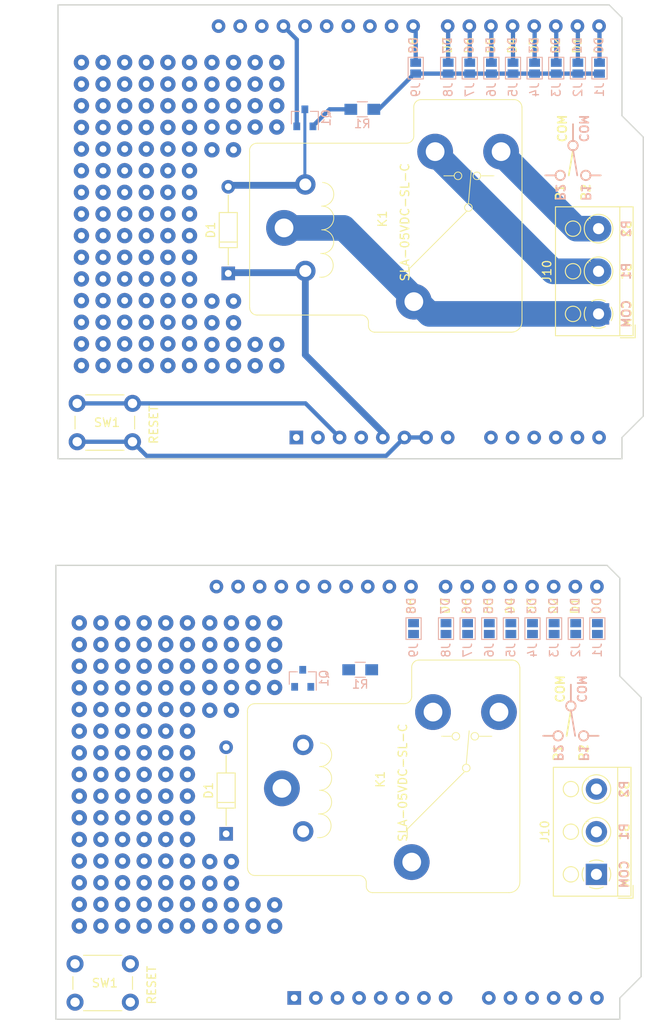
<source format=kicad_pcb>
(kicad_pcb (version 20170922) (host pcbnew "(2017-11-08 revision cd21218)-HEAD")
  (layers (0 F.Cu signal) (31 B.Cu signal) (34 B.Paste user) (35 F.Paste user) (36 B.SilkS user) (37 F.SilkS user) (38 B.Mask user) (39 F.Mask user) (44 Edge.Cuts user))
  (net 0 "")
  (net 1 GND)
  (net 2 +5V)
  (net 3 "Net-(D1-Pad2)")
  (net 4 /D2)
  (net 5 /D3)
  (net 6 "Net-(A1-Pad3)")
  (net 7 /D4)
  (net 8 /D5)
  (net 9 /D6)
  (net 10 /D7)
  (net 11 /D8)
  (net 12 /D0)
  (net 13 /D1)
  (net 14 /RELAY_CMD)
  (net 15 /REL3)
  (net 16 /REL1)
  (net 17 /REL4)
  (net 18 "Net-(Q1-Pad1)")
  (module Wire_Pads:SolderWirePad_single_0-8mmDrill (layer F.Cu) (at 55.91 96.54)
    (fp_text reference REF** hide)
    (fp_text value SolderWirePad_single_0-8mmDrill)
    (pad 1 thru_hole circle (at 0 0) (size 1.8 1.8) (drill 0.8001) (layers *.Cu *.Mask))
  )
  (module Wire_Pads:SolderWirePad_single_0-8mmDrill (layer F.Cu) (at 58.45 96.54)
    (fp_text reference REF** hide)
    (fp_text value SolderWirePad_single_0-8mmDrill)
    (pad 1 thru_hole circle (at 0 0) (size 1.8 1.8) (drill 0.8001) (layers *.Cu *.Mask))
  )
  (module Wire_Pads:SolderWirePad_single_0-8mmDrill (layer F.Cu) (at 50.83 96.54)
    (fp_text reference REF** hide)
    (fp_text value SolderWirePad_single_0-8mmDrill)
    (pad 1 thru_hole circle (at 0 0) (size 1.8 1.8) (drill 0.8001) (layers *.Cu *.Mask))
  )
  (module Wire_Pads:SolderWirePad_single_0-8mmDrill (layer F.Cu) (at 53.37 101.58)
    (fp_text reference REF** hide)
    (fp_text value SolderWirePad_single_0-8mmDrill)
    (pad 1 thru_hole circle (at 0 0) (size 1.8 1.8) (drill 0.8001) (layers *.Cu *.Mask))
  )
  (module Wire_Pads:SolderWirePad_single_0-8mmDrill (layer F.Cu) (at 55.91 101.58)
    (fp_text reference REF** hide)
    (fp_text value SolderWirePad_single_0-8mmDrill)
    (pad 1 thru_hole circle (at 0 0) (size 1.8 1.8) (drill 0.8001) (layers *.Cu *.Mask))
  )
  (module Wire_Pads:SolderWirePad_single_0-8mmDrill (layer F.Cu) (at 58.45 101.58)
    (fp_text reference REF** hide)
    (fp_text value SolderWirePad_single_0-8mmDrill)
    (pad 1 thru_hole circle (at 0 0) (size 1.8 1.8) (drill 0.8001) (layers *.Cu *.Mask))
  )
  (module Wire_Pads:SolderWirePad_single_0-8mmDrill (layer F.Cu) (at 43.12 124.48)
    (fp_text reference REF** hide)
    (fp_text value SolderWirePad_single_0-8mmDrill)
    (pad 1 thru_hole circle (at 0 0) (size 1.8 1.8) (drill 0.8001) (layers *.Cu *.Mask))
  )
  (module Wire_Pads:SolderWirePad_single_0-8mmDrill (layer F.Cu) (at 45.66 124.48)
    (fp_text reference REF** hide)
    (fp_text value SolderWirePad_single_0-8mmDrill)
    (pad 1 thru_hole circle (at 0 0) (size 1.8 1.8) (drill 0.8001) (layers *.Cu *.Mask))
  )
  (module Wire_Pads:SolderWirePad_single_0-8mmDrill (layer F.Cu) (at 48.2 124.48)
    (fp_text reference REF** hide)
    (fp_text value SolderWirePad_single_0-8mmDrill)
    (pad 1 thru_hole circle (at 0 0) (size 1.8 1.8) (drill 0.8001) (layers *.Cu *.Mask))
  )
  (module Connectors:GS2 (layer B.Cu) (at 96.36 94.67)
    (fp_text reference J1 (at 0 2.54 -90) (layer B.SilkS) (effects (justify mirror)))
    (fp_text value GS2)
    (pad 2 smd rect (at 0 -0.64) (size 1.27 0.97) (layers B.Cu B.Paste B.Mask) (net 12 /D0))
    (pad 1 smd rect (at 0 0.64) (size 1.27 0.97) (layers B.Cu B.Paste B.Mask) (net 14 /RELAY_CMD))
  )
  (module Wire_Pads:SolderWirePad_single_0-8mmDrill (layer F.Cu) (at 35.5 127.02)
    (fp_text reference REF** hide)
    (fp_text value SolderWirePad_single_0-8mmDrill)
    (pad 1 thru_hole circle (at 0 0) (size 1.8 1.8) (drill 0.8001) (layers *.Cu *.Mask))
  )
  (module Wire_Pads:SolderWirePad_single_0-8mmDrill (layer F.Cu) (at 38.04 127.02)
    (fp_text reference REF** hide)
    (fp_text value SolderWirePad_single_0-8mmDrill)
    (pad 1 thru_hole circle (at 0 0) (size 1.8 1.8) (drill 0.8001) (layers *.Cu *.Mask))
  )
  (module Wire_Pads:SolderWirePad_single_0-8mmDrill (layer F.Cu) (at 45.66 111.78)
    (fp_text reference REF** hide)
    (fp_text value SolderWirePad_single_0-8mmDrill)
    (pad 1 thru_hole circle (at 0 0) (size 1.8 1.8) (drill 0.8001) (layers *.Cu *.Mask))
  )
  (module Wire_Pads:SolderWirePad_single_0-8mmDrill (layer F.Cu) (at 48.2 111.78)
    (fp_text reference REF** hide)
    (fp_text value SolderWirePad_single_0-8mmDrill)
    (pad 1 thru_hole circle (at 0 0) (size 1.8 1.8) (drill 0.8001) (layers *.Cu *.Mask))
  )
  (module Wire_Pads:SolderWirePad_single_0-8mmDrill (layer F.Cu) (at 35.5 114.32)
    (fp_text reference REF** hide)
    (fp_text value SolderWirePad_single_0-8mmDrill)
    (pad 1 thru_hole circle (at 0 0) (size 1.8 1.8) (drill 0.8001) (layers *.Cu *.Mask))
  )
  (module Wire_Pads:SolderWirePad_single_0-8mmDrill (layer F.Cu) (at 38.04 114.32)
    (fp_text reference REF** hide)
    (fp_text value SolderWirePad_single_0-8mmDrill)
    (pad 1 thru_hole circle (at 0 0) (size 1.8 1.8) (drill 0.8001) (layers *.Cu *.Mask))
  )
  (module Wire_Pads:SolderWirePad_single_0-8mmDrill (layer F.Cu) (at 40.58 114.32)
    (fp_text reference REF** hide)
    (fp_text value SolderWirePad_single_0-8mmDrill)
    (pad 1 thru_hole circle (at 0 0) (size 1.8 1.8) (drill 0.8001) (layers *.Cu *.Mask))
  )
  (module Wire_Pads:SolderWirePad_single_0-8mmDrill (layer F.Cu) (at 43.12 114.32)
    (fp_text reference REF** hide)
    (fp_text value SolderWirePad_single_0-8mmDrill)
    (pad 1 thru_hole circle (at 0 0) (size 1.8 1.8) (drill 0.8001) (layers *.Cu *.Mask))
  )
  (module Connectors:GS2 (layer B.Cu) (at 74.77 94.67)
    (fp_text reference J9 (at 0 2.54 -90) (layer B.SilkS) (effects (justify mirror)))
    (fp_text value GS2)
    (pad 2 smd rect (at 0 -0.64) (size 1.27 0.97) (layers B.Cu B.Paste B.Mask) (net 11 /D8))
    (pad 1 smd rect (at 0 0.64) (size 1.27 0.97) (layers B.Cu B.Paste B.Mask) (net 14 /RELAY_CMD))
  )
  (module Connectors:GS2 (layer B.Cu) (at 78.58 94.67)
    (fp_text reference J8 (at 0 2.54 -90) (layer B.SilkS) (effects (justify mirror)))
    (fp_text value GS2)
    (pad 1 smd rect (at 0 0.64) (size 1.27 0.97) (layers B.Cu B.Paste B.Mask) (net 14 /RELAY_CMD))
    (pad 2 smd rect (at 0 -0.64) (size 1.27 0.97) (layers B.Cu B.Paste B.Mask) (net 10 /D7))
  )
  (module Wire_Pads:SolderWirePad_single_0-8mmDrill (layer F.Cu) (at 35.5 124.48)
    (fp_text reference REF** hide)
    (fp_text value SolderWirePad_single_0-8mmDrill)
    (pad 1 thru_hole circle (at 0 0) (size 1.8 1.8) (drill 0.8001) (layers *.Cu *.Mask))
  )
  (module Wire_Pads:SolderWirePad_single_0-8mmDrill (layer F.Cu) (at 45.66 101.62)
    (fp_text reference REF** hide)
    (fp_text value SolderWirePad_single_0-8mmDrill)
    (pad 1 thru_hole circle (at 0 0) (size 1.8 1.8) (drill 0.8001) (layers *.Cu *.Mask))
  )
  (module Wire_Pads:SolderWirePad_single_0-8mmDrill (layer F.Cu) (at 38.04 124.48)
    (fp_text reference REF** hide)
    (fp_text value SolderWirePad_single_0-8mmDrill)
    (pad 1 thru_hole circle (at 0 0) (size 1.8 1.8) (drill 0.8001) (layers *.Cu *.Mask))
  )
  (module Wire_Pads:SolderWirePad_single_0-8mmDrill (layer F.Cu) (at 40.58 124.48)
    (fp_text reference REF** hide)
    (fp_text value SolderWirePad_single_0-8mmDrill)
    (pad 1 thru_hole circle (at 0 0) (size 1.8 1.8) (drill 0.8001) (layers *.Cu *.Mask))
  )
  (module Wire_Pads:SolderWirePad_single_0-8mmDrill (layer F.Cu) (at 55.91 99.08)
    (fp_text reference REF** hide)
    (fp_text value SolderWirePad_single_0-8mmDrill)
    (pad 1 thru_hole circle (at 0 0) (size 1.8 1.8) (drill 0.8001) (layers *.Cu *.Mask))
  )
  (module Wire_Pads:SolderWirePad_single_0-8mmDrill (layer F.Cu) (at 53.37 96.54)
    (fp_text reference REF** hide)
    (fp_text value SolderWirePad_single_0-8mmDrill)
    (pad 1 thru_hole circle (at 0 0) (size 1.8 1.8) (drill 0.8001) (layers *.Cu *.Mask))
  )
  (module Wire_Pads:SolderWirePad_single_0-8mmDrill (layer F.Cu) (at 58.45 94)
    (fp_text reference REF** hide)
    (fp_text value SolderWirePad_single_0-8mmDrill)
    (pad 1 thru_hole circle (at 0 0) (size 1.8 1.8) (drill 0.8001) (layers *.Cu *.Mask))
  )
  (module Wire_Pads:SolderWirePad_single_0-8mmDrill (layer F.Cu) (at 55.91 94)
    (fp_text reference REF** hide)
    (fp_text value SolderWirePad_single_0-8mmDrill)
    (pad 1 thru_hole circle (at 0 0) (size 1.8 1.8) (drill 0.8001) (layers *.Cu *.Mask))
  )
  (module Wire_Pads:SolderWirePad_single_0-8mmDrill (layer F.Cu) (at 58.45 99.08)
    (fp_text reference REF** hide)
    (fp_text value SolderWirePad_single_0-8mmDrill)
    (pad 1 thru_hole circle (at 0 0) (size 1.8 1.8) (drill 0.8001) (layers *.Cu *.Mask))
  )
  (module Wire_Pads:SolderWirePad_single_0-8mmDrill (layer F.Cu) (at 50.83 99.08)
    (fp_text reference REF** hide)
    (fp_text value SolderWirePad_single_0-8mmDrill)
    (pad 1 thru_hole circle (at 0 0) (size 1.8 1.8) (drill 0.8001) (layers *.Cu *.Mask))
  )
  (module Mounting_Holes:MountingHole_3.2mm_M3_DIN965 (layer F.Cu) (at 99 105)
    (fp_text reference REF** hide)
    (fp_text value MountingHole_3.2mm_M3_DIN965)
    (pad 1 np_thru_hole circle (at 0 0) (size 3.2 3.2) (drill 3.2) (layers *.Cu *.Mask))
  )
  (module Mounting_Holes:MountingHole_3.2mm_M3_DIN965 (layer F.Cu) (at 99 133)
    (fp_text reference REF** hide)
    (fp_text value MountingHole_3.2mm_M3_DIN965)
    (pad 1 np_thru_hole circle (at 0 0) (size 3.2 3.2) (drill 3.2) (layers *.Cu *.Mask))
  )
  (module Wire_Pads:SolderWirePad_single_0-8mmDrill (layer F.Cu) (at 53.37 99.08)
    (fp_text reference REF** hide)
    (fp_text value SolderWirePad_single_0-8mmDrill)
    (pad 1 thru_hole circle (at 0 0) (size 1.8 1.8) (drill 0.8001) (layers *.Cu *.Mask))
  )
  (module Wire_Pads:SolderWirePad_single_0-8mmDrill (layer F.Cu) (at 50.83 101.58)
    (fp_text reference REF** hide)
    (fp_text value SolderWirePad_single_0-8mmDrill)
    (pad 1 thru_hole circle (at 0 0) (size 1.8 1.8) (drill 0.8001) (layers *.Cu *.Mask))
  )
  (module TO_SOT_Packages_SMD:SOT-23 (layer B.Cu) (at 61.75 100.5 90)
    (fp_text reference Q1 (at 0 2.5 90) (layer B.SilkS) (effects (justify mirror)))
    (fp_text value MMBT2222)
    (pad 3 smd rect (at 1 0 90) (size 0.9 0.8) (layers B.Cu B.Paste B.Mask) (net 3 "Net-(D1-Pad2)"))
    (pad 2 smd rect (at -1 -0.95 90) (size 0.9 0.8) (layers B.Cu B.Paste B.Mask) (net 1 GND))
    (pad 1 smd rect (at -1 0.95 90) (size 0.9 0.8) (layers B.Cu B.Paste B.Mask) (net 18 "Net-(Q1-Pad1)"))
  )
  (module Buttons_Switches_THT:SW_PUSH_6mm (layer F.Cu) (at 35 134)
    (fp_text reference SW1 (at 3.5 2.25) (layer F.SilkS))
    (fp_text value RESET (at 9 2.5 90) (layer F.SilkS))
    (pad 1 thru_hole circle (at 6.5 0 90) (size 2 2) (drill 1.1) (layers *.Cu *.Mask) (net 6 "Net-(A1-Pad3)"))
    (pad 2 thru_hole circle (at 6.5 4.5 90) (size 2 2) (drill 1.1) (layers *.Cu *.Mask) (net 1 GND))
    (pad 1 thru_hole circle (at 0 0 90) (size 2 2) (drill 1.1) (layers *.Cu *.Mask) (net 6 "Net-(A1-Pad3)"))
    (pad 2 thru_hole circle (at 0 4.5 90) (size 2 2) (drill 1.1) (layers *.Cu *.Mask) (net 1 GND))
  )
  (module Resistors_SMD:R_0805_HandSoldering (layer B.Cu) (at 68.5 99.5)
    (fp_text reference R1 (at 0 1.7) (layer B.SilkS) (effects (justify mirror)))
    (fp_text value 1K)
    (pad 2 smd rect (at 1.35 0) (size 1.5 1.3) (layers B.Cu B.Paste B.Mask) (net 14 /RELAY_CMD))
    (pad 1 smd rect (at -1.35 0) (size 1.5 1.3) (layers B.Cu B.Paste B.Mask) (net 18 "Net-(Q1-Pad1)"))
  )
  (module Wire_Pads:SolderWirePad_single_0-8mmDrill (layer F.Cu) (at 43.12 119.4)
    (fp_text reference REF** hide)
    (fp_text value SolderWirePad_single_0-8mmDrill)
    (pad 1 thru_hole circle (at 0 0) (size 1.8 1.8) (drill 0.8001) (layers *.Cu *.Mask))
  )
  (module Wire_Pads:SolderWirePad_single_0-8mmDrill (layer F.Cu) (at 45.66 119.4)
    (fp_text reference REF** hide)
    (fp_text value SolderWirePad_single_0-8mmDrill)
    (pad 1 thru_hole circle (at 0 0) (size 1.8 1.8) (drill 0.8001) (layers *.Cu *.Mask))
  )
  (module Wire_Pads:SolderWirePad_single_0-8mmDrill (layer F.Cu) (at 48.2 119.4)
    (fp_text reference REF** hide)
    (fp_text value SolderWirePad_single_0-8mmDrill)
    (pad 1 thru_hole circle (at 0 0) (size 1.8 1.8) (drill 0.8001) (layers *.Cu *.Mask))
  )
  (module Wire_Pads:SolderWirePad_single_0-8mmDrill (layer F.Cu) (at 40.58 94)
    (fp_text reference REF** hide)
    (fp_text value SolderWirePad_single_0-8mmDrill)
    (pad 1 thru_hole circle (at 0 0) (size 1.8 1.8) (drill 0.8001) (layers *.Cu *.Mask))
  )
  (module Wire_Pads:SolderWirePad_single_0-8mmDrill (layer F.Cu) (at 43.12 94)
    (fp_text reference REF** hide)
    (fp_text value SolderWirePad_single_0-8mmDrill)
    (pad 1 thru_hole circle (at 0 0) (size 1.8 1.8) (drill 0.8001) (layers *.Cu *.Mask))
  )
  (module Wire_Pads:SolderWirePad_single_0-8mmDrill (layer F.Cu) (at 45.66 94)
    (fp_text reference REF** hide)
    (fp_text value SolderWirePad_single_0-8mmDrill)
    (pad 1 thru_hole circle (at 0 0) (size 1.8 1.8) (drill 0.8001) (layers *.Cu *.Mask))
  )
  (module Wire_Pads:SolderWirePad_single_0-8mmDrill (layer F.Cu) (at 45.66 109.24)
    (fp_text reference REF** hide)
    (fp_text value SolderWirePad_single_0-8mmDrill)
    (pad 1 thru_hole circle (at 0 0) (size 1.8 1.8) (drill 0.8001) (layers *.Cu *.Mask))
  )
  (module Wire_Pads:SolderWirePad_single_0-8mmDrill (layer F.Cu) (at 48.2 109.24)
    (fp_text reference REF** hide)
    (fp_text value SolderWirePad_single_0-8mmDrill)
    (pad 1 thru_hole circle (at 0 0) (size 1.8 1.8) (drill 0.8001) (layers *.Cu *.Mask))
  )
  (module Wire_Pads:SolderWirePad_single_0-8mmDrill (layer F.Cu) (at 35.5 111.78)
    (fp_text reference REF** hide)
    (fp_text value SolderWirePad_single_0-8mmDrill)
    (pad 1 thru_hole circle (at 0 0) (size 1.8 1.8) (drill 0.8001) (layers *.Cu *.Mask))
  )
  (module Wire_Pads:SolderWirePad_single_0-8mmDrill (layer F.Cu) (at 40.58 101.62)
    (fp_text reference REF** hide)
    (fp_text value SolderWirePad_single_0-8mmDrill)
    (pad 1 thru_hole circle (at 0 0) (size 1.8 1.8) (drill 0.8001) (layers *.Cu *.Mask))
  )
  (module Wire_Pads:SolderWirePad_single_0-8mmDrill (layer F.Cu) (at 43.12 101.62)
    (fp_text reference REF** hide)
    (fp_text value SolderWirePad_single_0-8mmDrill)
    (pad 1 thru_hole circle (at 0 0) (size 1.8 1.8) (drill 0.8001) (layers *.Cu *.Mask))
  )
  (module Wire_Pads:SolderWirePad_single_0-8mmDrill (layer F.Cu) (at 45.66 114.32)
    (fp_text reference REF** hide)
    (fp_text value SolderWirePad_single_0-8mmDrill)
    (pad 1 thru_hole circle (at 0 0) (size 1.8 1.8) (drill 0.8001) (layers *.Cu *.Mask))
  )
  (module Wire_Pads:SolderWirePad_single_0-8mmDrill (layer F.Cu) (at 48.2 114.32)
    (fp_text reference REF** hide)
    (fp_text value SolderWirePad_single_0-8mmDrill)
    (pad 1 thru_hole circle (at 0 0) (size 1.8 1.8) (drill 0.8001) (layers *.Cu *.Mask))
  )
  (module Wire_Pads:SolderWirePad_single_0-8mmDrill (layer F.Cu) (at 35.5 116.86)
    (fp_text reference REF** hide)
    (fp_text value SolderWirePad_single_0-8mmDrill)
    (pad 1 thru_hole circle (at 0 0) (size 1.8 1.8) (drill 0.8001) (layers *.Cu *.Mask))
  )
  (module Wire_Pads:SolderWirePad_single_0-8mmDrill (layer F.Cu) (at 38.04 116.86)
    (fp_text reference REF** hide)
    (fp_text value SolderWirePad_single_0-8mmDrill)
    (pad 1 thru_hole circle (at 0 0) (size 1.8 1.8) (drill 0.8001) (layers *.Cu *.Mask))
  )
  (module Wire_Pads:SolderWirePad_single_0-8mmDrill (layer F.Cu) (at 40.58 116.86)
    (fp_text reference REF** hide)
    (fp_text value SolderWirePad_single_0-8mmDrill)
    (pad 1 thru_hole circle (at 0 0) (size 1.8 1.8) (drill 0.8001) (layers *.Cu *.Mask))
  )
  (module Wire_Pads:SolderWirePad_single_0-8mmDrill (layer F.Cu) (at 48.2 99.08)
    (fp_text reference REF** hide)
    (fp_text value SolderWirePad_single_0-8mmDrill)
    (pad 1 thru_hole circle (at 0 0) (size 1.8 1.8) (drill 0.8001) (layers *.Cu *.Mask))
  )
  (module Wire_Pads:SolderWirePad_single_0-8mmDrill (layer F.Cu) (at 35.5 101.62)
    (fp_text reference REF** hide)
    (fp_text value SolderWirePad_single_0-8mmDrill)
    (pad 1 thru_hole circle (at 0 0) (size 1.8 1.8) (drill 0.8001) (layers *.Cu *.Mask))
  )
  (module Wire_Pads:SolderWirePad_single_0-8mmDrill (layer F.Cu) (at 38.04 101.62)
    (fp_text reference REF** hide)
    (fp_text value SolderWirePad_single_0-8mmDrill)
    (pad 1 thru_hole circle (at 0 0) (size 1.8 1.8) (drill 0.8001) (layers *.Cu *.Mask))
  )
  (module Wire_Pads:SolderWirePad_single_0-8mmDrill (layer F.Cu) (at 48.2 129.56)
    (fp_text reference REF** hide)
    (fp_text value SolderWirePad_single_0-8mmDrill)
    (pad 1 thru_hole circle (at 0 0) (size 1.8 1.8) (drill 0.8001) (layers *.Cu *.Mask))
  )
  (module Wire_Pads:SolderWirePad_single_0-8mmDrill (layer F.Cu) (at 50.83 94)
    (fp_text reference REF** hide)
    (fp_text value SolderWirePad_single_0-8mmDrill)
    (pad 1 thru_hole circle (at 0 0) (size 1.8 1.8) (drill 0.8001) (layers *.Cu *.Mask))
  )
  (module Wire_Pads:SolderWirePad_single_0-8mmDrill (layer F.Cu) (at 53.37 94)
    (fp_text reference REF** hide)
    (fp_text value SolderWirePad_single_0-8mmDrill)
    (pad 1 thru_hole circle (at 0 0) (size 1.8 1.8) (drill 0.8001) (layers *.Cu *.Mask))
  )
  (module Modules:Arduino_UNO_R3 (layer B.Cu) (at 60.75 138)
    (fp_text reference A1 hide)
    (fp_text value Arduino_UNO_R3)
    (pad 16 thru_hole oval (at 33.02 -48.26 270) (size 1.6 1.6) (drill 0.8) (layers *.Cu *.Mask) (net 13 /D1))
    (pad 15 thru_hole oval (at 35.56 -48.26 270) (size 1.6 1.6) (drill 0.8) (layers *.Cu *.Mask) (net 12 /D0))
    (pad 30 thru_hole oval (at -4.06 -48.26 270) (size 1.6 1.6) (drill 0.8) (layers *.Cu *.Mask))
    (pad 14 thru_hole oval (at 35.56 0 270) (size 1.6 1.6) (drill 0.8) (layers *.Cu *.Mask))
    (pad 29 thru_hole oval (at -1.52 -48.26 270) (size 1.6 1.6) (drill 0.8) (layers *.Cu *.Mask) (net 1 GND))
    (pad 13 thru_hole oval (at 33.02 0 270) (size 1.6 1.6) (drill 0.8) (layers *.Cu *.Mask))
    (pad 28 thru_hole oval (at 1.02 -48.26 270) (size 1.6 1.6) (drill 0.8) (layers *.Cu *.Mask))
    (pad 12 thru_hole oval (at 30.48 0 270) (size 1.6 1.6) (drill 0.8) (layers *.Cu *.Mask))
    (pad 27 thru_hole oval (at 3.56 -48.26 270) (size 1.6 1.6) (drill 0.8) (layers *.Cu *.Mask))
    (pad 11 thru_hole oval (at 27.94 0 270) (size 1.6 1.6) (drill 0.8) (layers *.Cu *.Mask))
    (pad 26 thru_hole oval (at 6.1 -48.26 270) (size 1.6 1.6) (drill 0.8) (layers *.Cu *.Mask))
    (pad 10 thru_hole oval (at 25.4 0 270) (size 1.6 1.6) (drill 0.8) (layers *.Cu *.Mask))
    (pad 25 thru_hole oval (at 8.64 -48.26 270) (size 1.6 1.6) (drill 0.8) (layers *.Cu *.Mask))
    (pad 9 thru_hole oval (at 22.86 0 270) (size 1.6 1.6) (drill 0.8) (layers *.Cu *.Mask))
    (pad 24 thru_hole oval (at 11.18 -48.26 270) (size 1.6 1.6) (drill 0.8) (layers *.Cu *.Mask))
    (pad 8 thru_hole oval (at 17.78 0 270) (size 1.6 1.6) (drill 0.8) (layers *.Cu *.Mask))
    (pad 23 thru_hole oval (at 13.72 -48.26 270) (size 1.6 1.6) (drill 0.8) (layers *.Cu *.Mask) (net 11 /D8))
    (pad 7 thru_hole oval (at 15.24 0 270) (size 1.6 1.6) (drill 0.8) (layers *.Cu *.Mask) (net 1 GND))
    (pad 22 thru_hole oval (at 17.78 -48.26 270) (size 1.6 1.6) (drill 0.8) (layers *.Cu *.Mask) (net 10 /D7))
    (pad 6 thru_hole oval (at 12.7 0 270) (size 1.6 1.6) (drill 0.8) (layers *.Cu *.Mask) (net 1 GND))
    (pad 21 thru_hole oval (at 20.32 -48.26 270) (size 1.6 1.6) (drill 0.8) (layers *.Cu *.Mask) (net 9 /D6))
    (pad 5 thru_hole oval (at 10.16 0 270) (size 1.6 1.6) (drill 0.8) (layers *.Cu *.Mask) (net 2 +5V))
    (pad 20 thru_hole oval (at 22.86 -48.26 270) (size 1.6 1.6) (drill 0.8) (layers *.Cu *.Mask) (net 8 /D5))
    (pad 4 thru_hole oval (at 7.62 0 270) (size 1.6 1.6) (drill 0.8) (layers *.Cu *.Mask))
    (pad 19 thru_hole oval (at 25.4 -48.26 270) (size 1.6 1.6) (drill 0.8) (layers *.Cu *.Mask) (net 7 /D4))
    (pad 3 thru_hole oval (at 5.08 0 270) (size 1.6 1.6) (drill 0.8) (layers *.Cu *.Mask) (net 6 "Net-(A1-Pad3)"))
    (pad 18 thru_hole oval (at 27.94 -48.26 270) (size 1.6 1.6) (drill 0.8) (layers *.Cu *.Mask) (net 5 /D3))
    (pad 2 thru_hole oval (at 2.54 0 270) (size 1.6 1.6) (drill 0.8) (layers *.Cu *.Mask))
    (pad 17 thru_hole oval (at 30.48 -48.26 270) (size 1.6 1.6) (drill 0.8) (layers *.Cu *.Mask) (net 4 /D2))
    (pad 1 thru_hole rect (at 0 0 270) (size 1.6 1.6) (drill 0.8) (layers *.Cu *.Mask))
    (pad 31 thru_hole oval (at -6.6 -48.26 270) (size 1.6 1.6) (drill 0.8) (layers *.Cu *.Mask))
    (pad 32 thru_hole oval (at -9.14 -48.26 270) (size 1.6 1.6) (drill 0.8) (layers *.Cu *.Mask))
  )
  (module Wire_Pads:SolderWirePad_single_0-8mmDrill (layer F.Cu) (at 43.12 129.56)
    (fp_text reference REF** hide)
    (fp_text value SolderWirePad_single_0-8mmDrill)
    (pad 1 thru_hole circle (at 0 0) (size 1.8 1.8) (drill 0.8001) (layers *.Cu *.Mask))
  )
  (module Wire_Pads:SolderWirePad_single_0-8mmDrill (layer F.Cu) (at 45.66 129.56)
    (fp_text reference REF** hide)
    (fp_text value SolderWirePad_single_0-8mmDrill)
    (pad 1 thru_hole circle (at 0 0) (size 1.8 1.8) (drill 0.8001) (layers *.Cu *.Mask))
  )
  (module Wire_Pads:SolderWirePad_single_0-8mmDrill (layer F.Cu) (at 43.12 121.94)
    (fp_text reference REF** hide)
    (fp_text value SolderWirePad_single_0-8mmDrill)
    (pad 1 thru_hole circle (at 0 0) (size 1.8 1.8) (drill 0.8001) (layers *.Cu *.Mask))
  )
  (module Wire_Pads:SolderWirePad_single_0-8mmDrill (layer F.Cu) (at 45.66 121.94)
    (fp_text reference REF** hide)
    (fp_text value SolderWirePad_single_0-8mmDrill)
    (pad 1 thru_hole circle (at 0 0) (size 1.8 1.8) (drill 0.8001) (layers *.Cu *.Mask))
  )
  (module Wire_Pads:SolderWirePad_single_0-8mmDrill (layer F.Cu) (at 48.2 121.94)
    (fp_text reference REF** hide)
    (fp_text value SolderWirePad_single_0-8mmDrill)
    (pad 1 thru_hole circle (at 0 0) (size 1.8 1.8) (drill 0.8001) (layers *.Cu *.Mask))
  )
  (module Wire_Pads:SolderWirePad_single_0-8mmDrill (layer F.Cu) (at 38.04 109.24)
    (fp_text reference REF** hide)
    (fp_text value SolderWirePad_single_0-8mmDrill)
    (pad 1 thru_hole circle (at 0 0) (size 1.8 1.8) (drill 0.8001) (layers *.Cu *.Mask))
  )
  (module Wire_Pads:SolderWirePad_single_0-8mmDrill (layer F.Cu) (at 40.58 109.24)
    (fp_text reference REF** hide)
    (fp_text value SolderWirePad_single_0-8mmDrill)
    (pad 1 thru_hole circle (at 0 0) (size 1.8 1.8) (drill 0.8001) (layers *.Cu *.Mask))
  )
  (module Wire_Pads:SolderWirePad_single_0-8mmDrill (layer F.Cu) (at 43.12 109.24)
    (fp_text reference REF** hide)
    (fp_text value SolderWirePad_single_0-8mmDrill)
    (pad 1 thru_hole circle (at 0 0) (size 1.8 1.8) (drill 0.8001) (layers *.Cu *.Mask))
  )
  (module Wire_Pads:SolderWirePad_single_0-8mmDrill (layer F.Cu) (at 35.5 119.4)
    (fp_text reference REF** hide)
    (fp_text value SolderWirePad_single_0-8mmDrill)
    (pad 1 thru_hole circle (at 0 0) (size 1.8 1.8) (drill 0.8001) (layers *.Cu *.Mask))
  )
  (module Wire_Pads:SolderWirePad_single_0-8mmDrill (layer F.Cu) (at 38.04 119.4)
    (fp_text reference REF** hide)
    (fp_text value SolderWirePad_single_0-8mmDrill)
    (pad 1 thru_hole circle (at 0 0) (size 1.8 1.8) (drill 0.8001) (layers *.Cu *.Mask))
  )
  (module Wire_Pads:SolderWirePad_single_0-8mmDrill (layer F.Cu) (at 40.58 119.4)
    (fp_text reference REF** hide)
    (fp_text value SolderWirePad_single_0-8mmDrill)
    (pad 1 thru_hole circle (at 0 0) (size 1.8 1.8) (drill 0.8001) (layers *.Cu *.Mask))
  )
  (module Connectors:GS2 (layer B.Cu) (at 81.12 94.67)
    (fp_text reference J7 (at 0 2.54 -90) (layer B.SilkS) (effects (justify mirror)))
    (fp_text value GS2)
    (pad 2 smd rect (at 0 -0.64) (size 1.27 0.97) (layers B.Cu B.Paste B.Mask) (net 9 /D6))
    (pad 1 smd rect (at 0 0.64) (size 1.27 0.97) (layers B.Cu B.Paste B.Mask) (net 14 /RELAY_CMD))
  )
  (module myfootprints.pretty:SLA-5VDC-SL (layer F.Cu) (at 71.25 112 270)
    (fp_text reference K1 (at 0.358081 0.3817 270) (layer F.SilkS))
    (fp_text value SLA-05VDC-SL-C (at 0.75 -2.25 270) (layer F.SilkS))
    (pad 5 thru_hole circle (at 6.46388 9.447854 270) (size 2.4 2.4) (drill 1.4) (layers *.Cu *.Mask) (net 2 +5V))
    (pad 2 thru_hole circle (at -3.68612 9.447854 270) (size 2.4 2.4) (drill 1.4) (layers *.Cu *.Mask) (net 3 "Net-(D1-Pad2)"))
    (pad 1 thru_hole circle (at 1.41388 11.947854 270) (size 4.2 4.2) (drill 2.2) (layers *.Cu *.Mask) (net 16 /REL1))
    (pad 1 thru_hole circle (at 10.06388 -3.302146 270) (size 4.2 4.2) (drill 2.2) (layers *.Cu *.Mask) (net 16 /REL1))
    (pad 4 thru_hole circle (at -7.53612 -5.802146 270) (size 4.2 4.2) (drill 2.2) (layers *.Cu *.Mask) (net 17 /REL4))
    (pad 3 thru_hole circle (at -7.53612 -13.552146 270) (size 4.2 4.2) (drill 2.2) (layers *.Cu *.Mask) (net 15 /REL3))
  )
  (module Mounting_Holes:MountingHole_3.2mm_M3_DIN965 (layer F.Cu) (at 48.25 89.75)
    (fp_text reference REF** hide)
    (fp_text value MountingHole_3.2mm_M3_DIN965)
    (pad 1 np_thru_hole circle (at 0 0) (size 3.2 3.2) (drill 3.2) (layers *.Cu *.Mask))
  )
  (module Wire_Pads:SolderWirePad_single_0-8mmDrill (layer F.Cu) (at 43.12 116.86)
    (fp_text reference REF** hide)
    (fp_text value SolderWirePad_single_0-8mmDrill)
    (pad 1 thru_hole circle (at 0 0) (size 1.8 1.8) (drill 0.8001) (layers *.Cu *.Mask))
  )
  (module Wire_Pads:SolderWirePad_single_0-8mmDrill (layer F.Cu) (at 45.66 116.86)
    (fp_text reference REF** hide)
    (fp_text value SolderWirePad_single_0-8mmDrill)
    (pad 1 thru_hole circle (at 0 0) (size 1.8 1.8) (drill 0.8001) (layers *.Cu *.Mask))
  )
  (module Wire_Pads:SolderWirePad_single_0-8mmDrill (layer F.Cu) (at 48.2 116.86)
    (fp_text reference REF** hide)
    (fp_text value SolderWirePad_single_0-8mmDrill)
    (pad 1 thru_hole circle (at 0 0) (size 1.8 1.8) (drill 0.8001) (layers *.Cu *.Mask))
  )
  (module Wire_Pads:SolderWirePad_single_0-8mmDrill (layer F.Cu) (at 40.58 99.08)
    (fp_text reference REF** hide)
    (fp_text value SolderWirePad_single_0-8mmDrill)
    (pad 1 thru_hole circle (at 0 0) (size 1.8 1.8) (drill 0.8001) (layers *.Cu *.Mask))
  )
  (module Wire_Pads:SolderWirePad_single_0-8mmDrill (layer F.Cu) (at 43.12 99.08)
    (fp_text reference REF** hide)
    (fp_text value SolderWirePad_single_0-8mmDrill)
    (pad 1 thru_hole circle (at 0 0) (size 1.8 1.8) (drill 0.8001) (layers *.Cu *.Mask))
  )
  (module Wire_Pads:SolderWirePad_single_0-8mmDrill (layer F.Cu) (at 45.66 99.08)
    (fp_text reference REF** hide)
    (fp_text value SolderWirePad_single_0-8mmDrill)
    (pad 1 thru_hole circle (at 0 0) (size 1.8 1.8) (drill 0.8001) (layers *.Cu *.Mask))
  )
  (module Diodes_THT:D_DO-35_SOD27_P10.16mm_Horizontal (layer F.Cu) (at 52.75 118.75 90)
    (fp_text reference D1 (at 5.08 -2.06 90) (layer F.SilkS))
    (fp_text value 1N4148)
    (pad 2 thru_hole oval (at 10.16 0 90) (size 1.6 1.6) (drill 0.8) (layers *.Cu *.Mask) (net 3 "Net-(D1-Pad2)"))
    (pad 1 thru_hole rect (at 0 0 90) (size 1.6 1.6) (drill 0.8) (layers *.Cu *.Mask) (net 2 +5V))
  )
  (module Connectors:GS2 (layer B.Cu) (at 91.28 94.67)
    (fp_text reference J3 (at 0 2.54 -90) (layer B.SilkS) (effects (justify mirror)))
    (fp_text value GS2)
    (pad 2 smd rect (at 0 -0.64) (size 1.27 0.97) (layers B.Cu B.Paste B.Mask) (net 4 /D2))
    (pad 1 smd rect (at 0 0.64) (size 1.27 0.97) (layers B.Cu B.Paste B.Mask) (net 14 /RELAY_CMD))
  )
  (module Connectors:GS2 (layer B.Cu) (at 93.82 94.67)
    (fp_text reference J2 (at 0 2.54 -90) (layer B.SilkS) (effects (justify mirror)))
    (fp_text value GS2)
    (pad 1 smd rect (at 0 0.64) (size 1.27 0.97) (layers B.Cu B.Paste B.Mask) (net 14 /RELAY_CMD))
    (pad 2 smd rect (at 0 -0.64) (size 1.27 0.97) (layers B.Cu B.Paste B.Mask) (net 13 /D1))
  )
  (module Mounting_Holes:MountingHole_3.2mm_M3_DIN965 (layer F.Cu) (at 47 138)
    (fp_text reference REF** hide)
    (fp_text value MountingHole_3.2mm_M3_DIN965)
    (pad 1 np_thru_hole circle (at 0 0) (size 3.2 3.2) (drill 3.2) (layers *.Cu *.Mask))
  )
  (module Wire_Pads:SolderWirePad_single_0-8mmDrill (layer F.Cu) (at 35.5 94)
    (fp_text reference REF** hide)
    (fp_text value SolderWirePad_single_0-8mmDrill)
    (pad 1 thru_hole circle (at 0 0) (size 1.8 1.8) (drill 0.8001) (layers *.Cu *.Mask))
  )
  (module Wire_Pads:SolderWirePad_single_0-8mmDrill (layer F.Cu) (at 38.04 94)
    (fp_text reference REF** hide)
    (fp_text value SolderWirePad_single_0-8mmDrill)
    (pad 1 thru_hole circle (at 0 0) (size 1.8 1.8) (drill 0.8001) (layers *.Cu *.Mask))
  )
  (module Wire_Pads:SolderWirePad_single_0-8mmDrill (layer F.Cu) (at 58.45 129.58)
    (fp_text reference REF** hide)
    (fp_text value SolderWirePad_single_0-8mmDrill)
    (pad 1 thru_hole circle (at 0 0) (size 1.8 1.8) (drill 0.8001) (layers *.Cu *.Mask))
  )
  (module Wire_Pads:SolderWirePad_single_0-8mmDrill (layer F.Cu) (at 53.37 122)
    (fp_text reference REF** hide)
    (fp_text value SolderWirePad_single_0-8mmDrill)
    (pad 1 thru_hole circle (at 0 0) (size 1.8 1.8) (drill 0.8001) (layers *.Cu *.Mask))
  )
  (module Wire_Pads:SolderWirePad_single_0-8mmDrill (layer F.Cu) (at 55.91 127.08)
    (fp_text reference REF** hide)
    (fp_text value SolderWirePad_single_0-8mmDrill)
    (pad 1 thru_hole circle (at 0 0) (size 1.8 1.8) (drill 0.8001) (layers *.Cu *.Mask))
  )
  (module Wire_Pads:SolderWirePad_single_0-8mmDrill (layer F.Cu) (at 50.83 122)
    (fp_text reference REF** hide)
    (fp_text value SolderWirePad_single_0-8mmDrill)
    (pad 1 thru_hole circle (at 0 0) (size 1.8 1.8) (drill 0.8001) (layers *.Cu *.Mask))
  )
  (module Wire_Pads:SolderWirePad_single_0-8mmDrill (layer F.Cu) (at 53.37 127.08)
    (fp_text reference REF** hide)
    (fp_text value SolderWirePad_single_0-8mmDrill)
    (pad 1 thru_hole circle (at 0 0) (size 1.8 1.8) (drill 0.8001) (layers *.Cu *.Mask))
  )
  (module Wire_Pads:SolderWirePad_single_0-8mmDrill (layer F.Cu) (at 53.37 129.58)
    (fp_text reference REF** hide)
    (fp_text value SolderWirePad_single_0-8mmDrill)
    (pad 1 thru_hole circle (at 0 0) (size 1.8 1.8) (drill 0.8001) (layers *.Cu *.Mask))
  )
  (module Wire_Pads:SolderWirePad_single_0-8mmDrill (layer F.Cu) (at 55.91 129.58)
    (fp_text reference REF** hide)
    (fp_text value SolderWirePad_single_0-8mmDrill)
    (pad 1 thru_hole circle (at 0 0) (size 1.8 1.8) (drill 0.8001) (layers *.Cu *.Mask))
  )
  (module Wire_Pads:SolderWirePad_single_0-8mmDrill (layer F.Cu) (at 58.45 127.08)
    (fp_text reference REF** hide)
    (fp_text value SolderWirePad_single_0-8mmDrill)
    (pad 1 thru_hole circle (at 0 0) (size 1.8 1.8) (drill 0.8001) (layers *.Cu *.Mask))
  )
  (module Wire_Pads:SolderWirePad_single_0-8mmDrill (layer F.Cu) (at 50.83 124.54)
    (fp_text reference REF** hide)
    (fp_text value SolderWirePad_single_0-8mmDrill)
    (pad 1 thru_hole circle (at 0 0) (size 1.8 1.8) (drill 0.8001) (layers *.Cu *.Mask))
  )
  (module Wire_Pads:SolderWirePad_single_0-8mmDrill (layer F.Cu) (at 38.04 111.78)
    (fp_text reference REF** hide)
    (fp_text value SolderWirePad_single_0-8mmDrill)
    (pad 1 thru_hole circle (at 0 0) (size 1.8 1.8) (drill 0.8001) (layers *.Cu *.Mask))
  )
  (module Wire_Pads:SolderWirePad_single_0-8mmDrill (layer F.Cu) (at 40.58 111.78)
    (fp_text reference REF** hide)
    (fp_text value SolderWirePad_single_0-8mmDrill)
    (pad 1 thru_hole circle (at 0 0) (size 1.8 1.8) (drill 0.8001) (layers *.Cu *.Mask))
  )
  (module Wire_Pads:SolderWirePad_single_0-8mmDrill (layer F.Cu) (at 43.12 111.78)
    (fp_text reference REF** hide)
    (fp_text value SolderWirePad_single_0-8mmDrill)
    (pad 1 thru_hole circle (at 0 0) (size 1.8 1.8) (drill 0.8001) (layers *.Cu *.Mask))
  )
  (module Wire_Pads:SolderWirePad_single_0-8mmDrill (layer F.Cu) (at 48.2 127.02)
    (fp_text reference REF** hide)
    (fp_text value SolderWirePad_single_0-8mmDrill)
    (pad 1 thru_hole circle (at 0 0) (size 1.8 1.8) (drill 0.8001) (layers *.Cu *.Mask))
  )
  (module Wire_Pads:SolderWirePad_single_0-8mmDrill (layer F.Cu) (at 35.5 129.56)
    (fp_text reference REF** hide)
    (fp_text value SolderWirePad_single_0-8mmDrill)
    (pad 1 thru_hole circle (at 0 0) (size 1.8 1.8) (drill 0.8001) (layers *.Cu *.Mask))
  )
  (module Wire_Pads:SolderWirePad_single_0-8mmDrill (layer F.Cu) (at 38.04 129.56)
    (fp_text reference REF** hide)
    (fp_text value SolderWirePad_single_0-8mmDrill)
    (pad 1 thru_hole circle (at 0 0) (size 1.8 1.8) (drill 0.8001) (layers *.Cu *.Mask))
  )
  (module Wire_Pads:SolderWirePad_single_0-8mmDrill (layer F.Cu) (at 40.58 129.56)
    (fp_text reference REF** hide)
    (fp_text value SolderWirePad_single_0-8mmDrill)
    (pad 1 thru_hole circle (at 0 0) (size 1.8 1.8) (drill 0.8001) (layers *.Cu *.Mask))
  )
  (module Wire_Pads:SolderWirePad_single_0-8mmDrill (layer F.Cu) (at 50.83 129.58)
    (fp_text reference REF** hide)
    (fp_text value SolderWirePad_single_0-8mmDrill)
    (pad 1 thru_hole circle (at 0 0) (size 1.8 1.8) (drill 0.8001) (layers *.Cu *.Mask))
  )
  (module Wire_Pads:SolderWirePad_single_0-8mmDrill (layer F.Cu) (at 50.83 127.08)
    (fp_text reference REF** hide)
    (fp_text value SolderWirePad_single_0-8mmDrill)
    (pad 1 thru_hole circle (at 0 0) (size 1.8 1.8) (drill 0.8001) (layers *.Cu *.Mask))
  )
  (module Wire_Pads:SolderWirePad_single_0-8mmDrill (layer F.Cu) (at 53.37 124.54)
    (fp_text reference REF** hide)
    (fp_text value SolderWirePad_single_0-8mmDrill)
    (pad 1 thru_hole circle (at 0 0) (size 1.8 1.8) (drill 0.8001) (layers *.Cu *.Mask))
  )
  (module Wire_Pads:SolderWirePad_single_0-8mmDrill (layer F.Cu) (at 45.66 106.7)
    (fp_text reference REF** hide)
    (fp_text value SolderWirePad_single_0-8mmDrill)
    (pad 1 thru_hole circle (at 0 0) (size 1.8 1.8) (drill 0.8001) (layers *.Cu *.Mask))
  )
  (module Wire_Pads:SolderWirePad_single_0-8mmDrill (layer F.Cu) (at 48.2 106.7)
    (fp_text reference REF** hide)
    (fp_text value SolderWirePad_single_0-8mmDrill)
    (pad 1 thru_hole circle (at 0 0) (size 1.8 1.8) (drill 0.8001) (layers *.Cu *.Mask))
  )
  (module Wire_Pads:SolderWirePad_single_0-8mmDrill (layer F.Cu) (at 35.5 109.24)
    (fp_text reference REF** hide)
    (fp_text value SolderWirePad_single_0-8mmDrill)
    (pad 1 thru_hole circle (at 0 0) (size 1.8 1.8) (drill 0.8001) (layers *.Cu *.Mask))
  )
  (module Wire_Pads:SolderWirePad_single_0-8mmDrill (layer F.Cu) (at 48.2 96.54)
    (fp_text reference REF** hide)
    (fp_text value SolderWirePad_single_0-8mmDrill)
    (pad 1 thru_hole circle (at 0 0) (size 1.8 1.8) (drill 0.8001) (layers *.Cu *.Mask))
  )
  (module Wire_Pads:SolderWirePad_single_0-8mmDrill (layer F.Cu) (at 35.5 99.08)
    (fp_text reference REF** hide)
    (fp_text value SolderWirePad_single_0-8mmDrill)
    (pad 1 thru_hole circle (at 0 0) (size 1.8 1.8) (drill 0.8001) (layers *.Cu *.Mask))
  )
  (module Wire_Pads:SolderWirePad_single_0-8mmDrill (layer F.Cu) (at 38.04 99.08)
    (fp_text reference REF** hide)
    (fp_text value SolderWirePad_single_0-8mmDrill)
    (pad 1 thru_hole circle (at 0 0) (size 1.8 1.8) (drill 0.8001) (layers *.Cu *.Mask))
  )
  (module TerminalBlock_RND:TerminalBlock_RND_205-00002_Pitch5.00mm (layer F.Cu) (at 96.25 123.5 90)
    (fp_text reference J10 (at 5 -6.06 90) (layer F.SilkS))
    (fp_text value R_CON)
    (pad 3 thru_hole circle (at 10 0 90) (size 2.5 2.5) (drill 1.3) (layers *.Cu *.Mask) (net 15 /REL3))
    (pad 2 thru_hole circle (at 5 0 90) (size 2.5 2.5) (drill 1.3) (layers *.Cu *.Mask) (net 17 /REL4))
    (pad 1 thru_hole rect (at 0 0 90) (size 2.5 2.5) (drill 1.3) (layers *.Cu *.Mask) (net 16 /REL1))
  )
  (module Connectors:GS2 (layer B.Cu) (at 88.74 94.67)
    (fp_text reference J4 (at 0 2.54 -90) (layer B.SilkS) (effects (justify mirror)))
    (fp_text value GS2)
    (pad 1 smd rect (at 0 0.64) (size 1.27 0.97) (layers B.Cu B.Paste B.Mask) (net 14 /RELAY_CMD))
    (pad 2 smd rect (at 0 -0.64) (size 1.27 0.97) (layers B.Cu B.Paste B.Mask) (net 5 /D3))
  )
  (module Wire_Pads:SolderWirePad_single_0-8mmDrill (layer F.Cu) (at 38.04 106.7)
    (fp_text reference REF** hide)
    (fp_text value SolderWirePad_single_0-8mmDrill)
    (pad 1 thru_hole circle (at 0 0) (size 1.8 1.8) (drill 0.8001) (layers *.Cu *.Mask))
  )
  (module Wire_Pads:SolderWirePad_single_0-8mmDrill (layer F.Cu) (at 40.58 106.7)
    (fp_text reference REF** hide)
    (fp_text value SolderWirePad_single_0-8mmDrill)
    (pad 1 thru_hole circle (at 0 0) (size 1.8 1.8) (drill 0.8001) (layers *.Cu *.Mask))
  )
  (module Wire_Pads:SolderWirePad_single_0-8mmDrill (layer F.Cu) (at 43.12 106.7)
    (fp_text reference REF** hide)
    (fp_text value SolderWirePad_single_0-8mmDrill)
    (pad 1 thru_hole circle (at 0 0) (size 1.8 1.8) (drill 0.8001) (layers *.Cu *.Mask))
  )
  (module Wire_Pads:SolderWirePad_single_0-8mmDrill (layer F.Cu) (at 40.58 96.54)
    (fp_text reference REF** hide)
    (fp_text value SolderWirePad_single_0-8mmDrill)
    (pad 1 thru_hole circle (at 0 0) (size 1.8 1.8) (drill 0.8001) (layers *.Cu *.Mask))
  )
  (module Wire_Pads:SolderWirePad_single_0-8mmDrill (layer F.Cu) (at 43.12 96.54)
    (fp_text reference REF** hide)
    (fp_text value SolderWirePad_single_0-8mmDrill)
    (pad 1 thru_hole circle (at 0 0) (size 1.8 1.8) (drill 0.8001) (layers *.Cu *.Mask))
  )
  (module Wire_Pads:SolderWirePad_single_0-8mmDrill (layer F.Cu) (at 45.66 96.54)
    (fp_text reference REF** hide)
    (fp_text value SolderWirePad_single_0-8mmDrill)
    (pad 1 thru_hole circle (at 0 0) (size 1.8 1.8) (drill 0.8001) (layers *.Cu *.Mask))
  )
  (module Wire_Pads:SolderWirePad_single_0-8mmDrill (layer F.Cu) (at 45.66 104.16)
    (fp_text reference REF** hide)
    (fp_text value SolderWirePad_single_0-8mmDrill)
    (pad 1 thru_hole circle (at 0 0) (size 1.8 1.8) (drill 0.8001) (layers *.Cu *.Mask))
  )
  (module Wire_Pads:SolderWirePad_single_0-8mmDrill (layer F.Cu) (at 48.2 104.16)
    (fp_text reference REF** hide)
    (fp_text value SolderWirePad_single_0-8mmDrill)
    (pad 1 thru_hole circle (at 0 0) (size 1.8 1.8) (drill 0.8001) (layers *.Cu *.Mask))
  )
  (module Wire_Pads:SolderWirePad_single_0-8mmDrill (layer F.Cu) (at 35.5 106.7)
    (fp_text reference REF** hide)
    (fp_text value SolderWirePad_single_0-8mmDrill)
    (pad 1 thru_hole circle (at 0 0) (size 1.8 1.8) (drill 0.8001) (layers *.Cu *.Mask))
  )
  (module Wire_Pads:SolderWirePad_single_0-8mmDrill (layer F.Cu) (at 38.04 104.16)
    (fp_text reference REF** hide)
    (fp_text value SolderWirePad_single_0-8mmDrill)
    (pad 1 thru_hole circle (at 0 0) (size 1.8 1.8) (drill 0.8001) (layers *.Cu *.Mask))
  )
  (module Wire_Pads:SolderWirePad_single_0-8mmDrill (layer F.Cu) (at 40.58 104.16)
    (fp_text reference REF** hide)
    (fp_text value SolderWirePad_single_0-8mmDrill)
    (pad 1 thru_hole circle (at 0 0) (size 1.8 1.8) (drill 0.8001) (layers *.Cu *.Mask))
  )
  (module Wire_Pads:SolderWirePad_single_0-8mmDrill (layer F.Cu) (at 43.12 104.16)
    (fp_text reference REF** hide)
    (fp_text value SolderWirePad_single_0-8mmDrill)
    (pad 1 thru_hole circle (at 0 0) (size 1.8 1.8) (drill 0.8001) (layers *.Cu *.Mask))
  )
  (module Wire_Pads:SolderWirePad_single_0-8mmDrill (layer F.Cu) (at 48.2 94)
    (fp_text reference REF** hide)
    (fp_text value SolderWirePad_single_0-8mmDrill)
    (pad 1 thru_hole circle (at 0 0) (size 1.8 1.8) (drill 0.8001) (layers *.Cu *.Mask))
  )
  (module Wire_Pads:SolderWirePad_single_0-8mmDrill (layer F.Cu) (at 35.5 96.54)
    (fp_text reference REF** hide)
    (fp_text value SolderWirePad_single_0-8mmDrill)
    (pad 1 thru_hole circle (at 0 0) (size 1.8 1.8) (drill 0.8001) (layers *.Cu *.Mask))
  )
  (module Wire_Pads:SolderWirePad_single_0-8mmDrill (layer F.Cu) (at 38.04 96.54)
    (fp_text reference REF** hide)
    (fp_text value SolderWirePad_single_0-8mmDrill)
    (pad 1 thru_hole circle (at 0 0) (size 1.8 1.8) (drill 0.8001) (layers *.Cu *.Mask))
  )
  (module Wire_Pads:SolderWirePad_single_0-8mmDrill (layer F.Cu) (at 48.2 101.62)
    (fp_text reference REF** hide)
    (fp_text value SolderWirePad_single_0-8mmDrill)
    (pad 1 thru_hole circle (at 0 0) (size 1.8 1.8) (drill 0.8001) (layers *.Cu *.Mask))
  )
  (module Wire_Pads:SolderWirePad_single_0-8mmDrill (layer F.Cu) (at 35.5 104.16)
    (fp_text reference REF** hide)
    (fp_text value SolderWirePad_single_0-8mmDrill)
    (pad 1 thru_hole circle (at 0 0) (size 1.8 1.8) (drill 0.8001) (layers *.Cu *.Mask))
  )
  (module Wire_Pads:SolderWirePad_single_0-8mmDrill (layer F.Cu) (at 35.5 121.94)
    (fp_text reference REF** hide)
    (fp_text value SolderWirePad_single_0-8mmDrill)
    (pad 1 thru_hole circle (at 0 0) (size 1.8 1.8) (drill 0.8001) (layers *.Cu *.Mask))
  )
  (module Wire_Pads:SolderWirePad_single_0-8mmDrill (layer F.Cu) (at 38.04 121.94)
    (fp_text reference REF** hide)
    (fp_text value SolderWirePad_single_0-8mmDrill)
    (pad 1 thru_hole circle (at 0 0) (size 1.8 1.8) (drill 0.8001) (layers *.Cu *.Mask))
  )
  (module Wire_Pads:SolderWirePad_single_0-8mmDrill (layer F.Cu) (at 40.58 121.94)
    (fp_text reference REF** hide)
    (fp_text value SolderWirePad_single_0-8mmDrill)
    (pad 1 thru_hole circle (at 0 0) (size 1.8 1.8) (drill 0.8001) (layers *.Cu *.Mask))
  )
  (module Wire_Pads:SolderWirePad_single_0-8mmDrill (layer F.Cu) (at 40.58 127.02)
    (fp_text reference REF** hide)
    (fp_text value SolderWirePad_single_0-8mmDrill)
    (pad 1 thru_hole circle (at 0 0) (size 1.8 1.8) (drill 0.8001) (layers *.Cu *.Mask))
  )
  (module Wire_Pads:SolderWirePad_single_0-8mmDrill (layer F.Cu) (at 43.12 127.02)
    (fp_text reference REF** hide)
    (fp_text value SolderWirePad_single_0-8mmDrill)
    (pad 1 thru_hole circle (at 0 0) (size 1.8 1.8) (drill 0.8001) (layers *.Cu *.Mask))
  )
  (module Wire_Pads:SolderWirePad_single_0-8mmDrill (layer F.Cu) (at 45.66 127.02)
    (fp_text reference REF** hide)
    (fp_text value SolderWirePad_single_0-8mmDrill)
    (pad 1 thru_hole circle (at 0 0) (size 1.8 1.8) (drill 0.8001) (layers *.Cu *.Mask))
  )
  (module Connectors:GS2 (layer B.Cu) (at 83.66 94.67)
    (fp_text reference J6 (at 0 2.54 -90) (layer B.SilkS) (effects (justify mirror)))
    (fp_text value GS2)
    (pad 1 smd rect (at 0 0.64) (size 1.27 0.97) (layers B.Cu B.Paste B.Mask) (net 14 /RELAY_CMD))
    (pad 2 smd rect (at 0 -0.64) (size 1.27 0.97) (layers B.Cu B.Paste B.Mask) (net 8 /D5))
  )
  (module Connectors:GS2 (layer B.Cu) (at 86.2 94.67)
    (fp_text reference J5 (at 0 2.54 -90) (layer B.SilkS) (effects (justify mirror)))
    (fp_text value GS2)
    (pad 2 smd rect (at 0 -0.64) (size 1.27 0.97) (layers B.Cu B.Paste B.Mask) (net 7 /D4))
    (pad 1 smd rect (at 0 0.64) (size 1.27 0.97) (layers B.Cu B.Paste B.Mask) (net 14 /RELAY_CMD))
  )
  (module Wire_Pads:SolderWirePad_single_0-8mmDrill (layer F.Cu) (at 53.37 104.25)
    (fp_text reference REF** hide)
    (fp_text value SolderWirePad_single_0-8mmDrill)
    (pad 1 thru_hole circle (at 0 0) (size 1.8 1.8) (drill 0.8001) (layers *.Cu *.Mask))
  )
  (module Wire_Pads:SolderWirePad_single_0-8mmDrill (layer F.Cu) (at 50.83 104.25)
    (fp_text reference REF** hide)
    (fp_text value SolderWirePad_single_0-8mmDrill)
    (pad 1 thru_hole circle (at 0 0) (size 1.8 1.8) (drill 0.8001) (layers *.Cu *.Mask))
  )
  (module Wire_Pads:SolderWirePad_single_0-8mmDrill (layer F.Cu) (at 51.08 38.5)
    (fp_text reference REF** hide)
    (fp_text value SolderWirePad_single_0-8mmDrill)
    (pad 1 thru_hole circle (at 0 0) (size 1.8 1.8) (drill 0.8001) (layers *.Cu *.Mask))
  )
  (module Wire_Pads:SolderWirePad_single_0-8mmDrill (layer F.Cu) (at 53.62 38.5)
    (fp_text reference REF** hide)
    (fp_text value SolderWirePad_single_0-8mmDrill)
    (pad 1 thru_hole circle (at 0 0) (size 1.8 1.8) (drill 0.8001) (layers *.Cu *.Mask))
  )
  (module Wire_Pads:SolderWirePad_single_0-8mmDrill (layer F.Cu) (at 51.08 58.79)
    (fp_text reference REF** hide)
    (fp_text value SolderWirePad_single_0-8mmDrill)
    (pad 1 thru_hole circle (at 0 0) (size 1.8 1.8) (drill 0.8001) (layers *.Cu *.Mask))
  )
  (module Wire_Pads:SolderWirePad_single_0-8mmDrill (layer F.Cu) (at 58.7 61.33)
    (fp_text reference REF** hide)
    (fp_text value SolderWirePad_single_0-8mmDrill)
    (pad 1 thru_hole circle (at 0 0) (size 1.8 1.8) (drill 0.8001) (layers *.Cu *.Mask))
  )
  (module Wire_Pads:SolderWirePad_single_0-8mmDrill (layer F.Cu) (at 56.16 63.83)
    (fp_text reference REF** hide)
    (fp_text value SolderWirePad_single_0-8mmDrill)
    (pad 1 thru_hole circle (at 0 0) (size 1.8 1.8) (drill 0.8001) (layers *.Cu *.Mask))
  )
  (module Wire_Pads:SolderWirePad_single_0-8mmDrill (layer F.Cu) (at 56.16 61.33)
    (fp_text reference REF** hide)
    (fp_text value SolderWirePad_single_0-8mmDrill)
    (pad 1 thru_hole circle (at 0 0) (size 1.8 1.8) (drill 0.8001) (layers *.Cu *.Mask))
  )
  (module Wire_Pads:SolderWirePad_single_0-8mmDrill (layer F.Cu) (at 53.62 56.25)
    (fp_text reference REF** hide)
    (fp_text value SolderWirePad_single_0-8mmDrill)
    (pad 1 thru_hole circle (at 0 0) (size 1.8 1.8) (drill 0.8001) (layers *.Cu *.Mask))
  )
  (module Wire_Pads:SolderWirePad_single_0-8mmDrill (layer F.Cu) (at 58.7 63.83)
    (fp_text reference REF** hide)
    (fp_text value SolderWirePad_single_0-8mmDrill)
    (pad 1 thru_hole circle (at 0 0) (size 1.8 1.8) (drill 0.8001) (layers *.Cu *.Mask))
  )
  (module Wire_Pads:SolderWirePad_single_0-8mmDrill (layer F.Cu) (at 53.62 63.83)
    (fp_text reference REF** hide)
    (fp_text value SolderWirePad_single_0-8mmDrill)
    (pad 1 thru_hole circle (at 0 0) (size 1.8 1.8) (drill 0.8001) (layers *.Cu *.Mask))
  )
  (module Wire_Pads:SolderWirePad_single_0-8mmDrill (layer F.Cu) (at 53.62 61.33)
    (fp_text reference REF** hide)
    (fp_text value SolderWirePad_single_0-8mmDrill)
    (pad 1 thru_hole circle (at 0 0) (size 1.8 1.8) (drill 0.8001) (layers *.Cu *.Mask))
  )
  (module Wire_Pads:SolderWirePad_single_0-8mmDrill (layer F.Cu) (at 51.08 56.25)
    (fp_text reference REF** hide)
    (fp_text value SolderWirePad_single_0-8mmDrill)
    (pad 1 thru_hole circle (at 0 0) (size 1.8 1.8) (drill 0.8001) (layers *.Cu *.Mask))
  )
  (module Wire_Pads:SolderWirePad_single_0-8mmDrill (layer F.Cu) (at 53.62 58.79)
    (fp_text reference REF** hide)
    (fp_text value SolderWirePad_single_0-8mmDrill)
    (pad 1 thru_hole circle (at 0 0) (size 1.8 1.8) (drill 0.8001) (layers *.Cu *.Mask))
  )
  (module Wire_Pads:SolderWirePad_single_0-8mmDrill (layer F.Cu) (at 51.08 61.33)
    (fp_text reference REF** hide)
    (fp_text value SolderWirePad_single_0-8mmDrill)
    (pad 1 thru_hole circle (at 0 0) (size 1.8 1.8) (drill 0.8001) (layers *.Cu *.Mask))
  )
  (module Wire_Pads:SolderWirePad_single_0-8mmDrill (layer F.Cu) (at 51.08 63.83)
    (fp_text reference REF** hide)
    (fp_text value SolderWirePad_single_0-8mmDrill)
    (pad 1 thru_hole circle (at 0 0) (size 1.8 1.8) (drill 0.8001) (layers *.Cu *.Mask))
  )
  (module Wire_Pads:SolderWirePad_single_0-8mmDrill (layer F.Cu) (at 58.7 35.83)
    (fp_text reference REF** hide)
    (fp_text value SolderWirePad_single_0-8mmDrill)
    (pad 1 thru_hole circle (at 0 0) (size 1.8 1.8) (drill 0.8001) (layers *.Cu *.Mask))
  )
  (module Wire_Pads:SolderWirePad_single_0-8mmDrill (layer F.Cu) (at 56.16 35.83)
    (fp_text reference REF** hide)
    (fp_text value SolderWirePad_single_0-8mmDrill)
    (pad 1 thru_hole circle (at 0 0) (size 1.8 1.8) (drill 0.8001) (layers *.Cu *.Mask))
  )
  (module Wire_Pads:SolderWirePad_single_0-8mmDrill (layer F.Cu) (at 53.62 35.83)
    (fp_text reference REF** hide)
    (fp_text value SolderWirePad_single_0-8mmDrill)
    (pad 1 thru_hole circle (at 0 0) (size 1.8 1.8) (drill 0.8001) (layers *.Cu *.Mask))
  )
  (module Wire_Pads:SolderWirePad_single_0-8mmDrill (layer F.Cu) (at 51.08 35.83)
    (fp_text reference REF** hide)
    (fp_text value SolderWirePad_single_0-8mmDrill)
    (pad 1 thru_hole circle (at 0 0) (size 1.8 1.8) (drill 0.8001) (layers *.Cu *.Mask))
  )
  (module Wire_Pads:SolderWirePad_single_0-8mmDrill (layer F.Cu) (at 53.62 33.33)
    (fp_text reference REF** hide)
    (fp_text value SolderWirePad_single_0-8mmDrill)
    (pad 1 thru_hole circle (at 0 0) (size 1.8 1.8) (drill 0.8001) (layers *.Cu *.Mask))
  )
  (module Wire_Pads:SolderWirePad_single_0-8mmDrill (layer F.Cu) (at 51.08 33.33)
    (fp_text reference REF** hide)
    (fp_text value SolderWirePad_single_0-8mmDrill)
    (pad 1 thru_hole circle (at 0 0) (size 1.8 1.8) (drill 0.8001) (layers *.Cu *.Mask))
  )
  (module Wire_Pads:SolderWirePad_single_0-8mmDrill (layer F.Cu) (at 58.7 33.33)
    (fp_text reference REF** hide)
    (fp_text value SolderWirePad_single_0-8mmDrill)
    (pad 1 thru_hole circle (at 0 0) (size 1.8 1.8) (drill 0.8001) (layers *.Cu *.Mask))
  )
  (module Wire_Pads:SolderWirePad_single_0-8mmDrill (layer F.Cu) (at 56.16 28.25)
    (fp_text reference REF** hide)
    (fp_text value SolderWirePad_single_0-8mmDrill)
    (pad 1 thru_hole circle (at 0 0) (size 1.8 1.8) (drill 0.8001) (layers *.Cu *.Mask))
  )
  (module Wire_Pads:SolderWirePad_single_0-8mmDrill (layer F.Cu) (at 58.7 28.25)
    (fp_text reference REF** hide)
    (fp_text value SolderWirePad_single_0-8mmDrill)
    (pad 1 thru_hole circle (at 0 0) (size 1.8 1.8) (drill 0.8001) (layers *.Cu *.Mask))
  )
  (module Wire_Pads:SolderWirePad_single_0-8mmDrill (layer F.Cu) (at 53.62 30.79)
    (fp_text reference REF** hide)
    (fp_text value SolderWirePad_single_0-8mmDrill)
    (pad 1 thru_hole circle (at 0 0) (size 1.8 1.8) (drill 0.8001) (layers *.Cu *.Mask))
  )
  (module Wire_Pads:SolderWirePad_single_0-8mmDrill (layer F.Cu) (at 56.16 33.33)
    (fp_text reference REF** hide)
    (fp_text value SolderWirePad_single_0-8mmDrill)
    (pad 1 thru_hole circle (at 0 0) (size 1.8 1.8) (drill 0.8001) (layers *.Cu *.Mask))
  )
  (module Wire_Pads:SolderWirePad_single_0-8mmDrill (layer F.Cu) (at 51.08 30.79)
    (fp_text reference REF** hide)
    (fp_text value SolderWirePad_single_0-8mmDrill)
    (pad 1 thru_hole circle (at 0 0) (size 1.8 1.8) (drill 0.8001) (layers *.Cu *.Mask))
  )
  (module Wire_Pads:SolderWirePad_single_0-8mmDrill (layer F.Cu) (at 58.7 30.79)
    (fp_text reference REF** hide)
    (fp_text value SolderWirePad_single_0-8mmDrill)
    (pad 1 thru_hole circle (at 0 0) (size 1.8 1.8) (drill 0.8001) (layers *.Cu *.Mask))
  )
  (module Wire_Pads:SolderWirePad_single_0-8mmDrill (layer F.Cu) (at 56.16 30.79)
    (fp_text reference REF** hide)
    (fp_text value SolderWirePad_single_0-8mmDrill)
    (pad 1 thru_hole circle (at 0 0) (size 1.8 1.8) (drill 0.8001) (layers *.Cu *.Mask))
  )
  (module Wire_Pads:SolderWirePad_single_0-8mmDrill (layer F.Cu) (at 53.62 28.25)
    (fp_text reference REF** hide)
    (fp_text value SolderWirePad_single_0-8mmDrill)
    (pad 1 thru_hole circle (at 0 0) (size 1.8 1.8) (drill 0.8001) (layers *.Cu *.Mask))
  )
  (module Wire_Pads:SolderWirePad_single_0-8mmDrill (layer F.Cu) (at 51.08 28.25)
    (fp_text reference REF** hide)
    (fp_text value SolderWirePad_single_0-8mmDrill)
    (pad 1 thru_hole circle (at 0 0) (size 1.8 1.8) (drill 0.8001) (layers *.Cu *.Mask))
  )
  (module Wire_Pads:SolderWirePad_single_0-8mmDrill (layer F.Cu) (at 48.45 63.81)
    (fp_text reference REF** hide)
    (fp_text value SolderWirePad_single_0-8mmDrill)
    (pad 1 thru_hole circle (at 0 0) (size 1.8 1.8) (drill 0.8001) (layers *.Cu *.Mask))
  )
  (module Wire_Pads:SolderWirePad_single_0-8mmDrill (layer F.Cu) (at 45.91 63.81)
    (fp_text reference REF** hide)
    (fp_text value SolderWirePad_single_0-8mmDrill)
    (pad 1 thru_hole circle (at 0 0) (size 1.8 1.8) (drill 0.8001) (layers *.Cu *.Mask))
  )
  (module Wire_Pads:SolderWirePad_single_0-8mmDrill (layer F.Cu) (at 43.37 63.81)
    (fp_text reference REF** hide)
    (fp_text value SolderWirePad_single_0-8mmDrill)
    (pad 1 thru_hole circle (at 0 0) (size 1.8 1.8) (drill 0.8001) (layers *.Cu *.Mask))
  )
  (module Wire_Pads:SolderWirePad_single_0-8mmDrill (layer F.Cu) (at 40.83 63.81)
    (fp_text reference REF** hide)
    (fp_text value SolderWirePad_single_0-8mmDrill)
    (pad 1 thru_hole circle (at 0 0) (size 1.8 1.8) (drill 0.8001) (layers *.Cu *.Mask))
  )
  (module Wire_Pads:SolderWirePad_single_0-8mmDrill (layer F.Cu) (at 38.29 63.81)
    (fp_text reference REF** hide)
    (fp_text value SolderWirePad_single_0-8mmDrill)
    (pad 1 thru_hole circle (at 0 0) (size 1.8 1.8) (drill 0.8001) (layers *.Cu *.Mask))
  )
  (module Wire_Pads:SolderWirePad_single_0-8mmDrill (layer F.Cu) (at 35.75 63.81)
    (fp_text reference REF** hide)
    (fp_text value SolderWirePad_single_0-8mmDrill)
    (pad 1 thru_hole circle (at 0 0) (size 1.8 1.8) (drill 0.8001) (layers *.Cu *.Mask))
  )
  (module Wire_Pads:SolderWirePad_single_0-8mmDrill (layer F.Cu) (at 48.45 61.27)
    (fp_text reference REF** hide)
    (fp_text value SolderWirePad_single_0-8mmDrill)
    (pad 1 thru_hole circle (at 0 0) (size 1.8 1.8) (drill 0.8001) (layers *.Cu *.Mask))
  )
  (module Wire_Pads:SolderWirePad_single_0-8mmDrill (layer F.Cu) (at 45.91 61.27)
    (fp_text reference REF** hide)
    (fp_text value SolderWirePad_single_0-8mmDrill)
    (pad 1 thru_hole circle (at 0 0) (size 1.8 1.8) (drill 0.8001) (layers *.Cu *.Mask))
  )
  (module Wire_Pads:SolderWirePad_single_0-8mmDrill (layer F.Cu) (at 43.37 61.27)
    (fp_text reference REF** hide)
    (fp_text value SolderWirePad_single_0-8mmDrill)
    (pad 1 thru_hole circle (at 0 0) (size 1.8 1.8) (drill 0.8001) (layers *.Cu *.Mask))
  )
  (module Wire_Pads:SolderWirePad_single_0-8mmDrill (layer F.Cu) (at 40.83 61.27)
    (fp_text reference REF** hide)
    (fp_text value SolderWirePad_single_0-8mmDrill)
    (pad 1 thru_hole circle (at 0 0) (size 1.8 1.8) (drill 0.8001) (layers *.Cu *.Mask))
  )
  (module Wire_Pads:SolderWirePad_single_0-8mmDrill (layer F.Cu) (at 38.29 61.27)
    (fp_text reference REF** hide)
    (fp_text value SolderWirePad_single_0-8mmDrill)
    (pad 1 thru_hole circle (at 0 0) (size 1.8 1.8) (drill 0.8001) (layers *.Cu *.Mask))
  )
  (module Wire_Pads:SolderWirePad_single_0-8mmDrill (layer F.Cu) (at 35.75 61.27)
    (fp_text reference REF** hide)
    (fp_text value SolderWirePad_single_0-8mmDrill)
    (pad 1 thru_hole circle (at 0 0) (size 1.8 1.8) (drill 0.8001) (layers *.Cu *.Mask))
  )
  (module Wire_Pads:SolderWirePad_single_0-8mmDrill (layer F.Cu) (at 48.45 58.73)
    (fp_text reference REF** hide)
    (fp_text value SolderWirePad_single_0-8mmDrill)
    (pad 1 thru_hole circle (at 0 0) (size 1.8 1.8) (drill 0.8001) (layers *.Cu *.Mask))
  )
  (module Wire_Pads:SolderWirePad_single_0-8mmDrill (layer F.Cu) (at 45.91 58.73)
    (fp_text reference REF** hide)
    (fp_text value SolderWirePad_single_0-8mmDrill)
    (pad 1 thru_hole circle (at 0 0) (size 1.8 1.8) (drill 0.8001) (layers *.Cu *.Mask))
  )
  (module Wire_Pads:SolderWirePad_single_0-8mmDrill (layer F.Cu) (at 43.37 58.73)
    (fp_text reference REF** hide)
    (fp_text value SolderWirePad_single_0-8mmDrill)
    (pad 1 thru_hole circle (at 0 0) (size 1.8 1.8) (drill 0.8001) (layers *.Cu *.Mask))
  )
  (module Wire_Pads:SolderWirePad_single_0-8mmDrill (layer F.Cu) (at 40.83 58.73)
    (fp_text reference REF** hide)
    (fp_text value SolderWirePad_single_0-8mmDrill)
    (pad 1 thru_hole circle (at 0 0) (size 1.8 1.8) (drill 0.8001) (layers *.Cu *.Mask))
  )
  (module Wire_Pads:SolderWirePad_single_0-8mmDrill (layer F.Cu) (at 38.29 58.73)
    (fp_text reference REF** hide)
    (fp_text value SolderWirePad_single_0-8mmDrill)
    (pad 1 thru_hole circle (at 0 0) (size 1.8 1.8) (drill 0.8001) (layers *.Cu *.Mask))
  )
  (module Wire_Pads:SolderWirePad_single_0-8mmDrill (layer F.Cu) (at 35.75 58.73)
    (fp_text reference REF** hide)
    (fp_text value SolderWirePad_single_0-8mmDrill)
    (pad 1 thru_hole circle (at 0 0) (size 1.8 1.8) (drill 0.8001) (layers *.Cu *.Mask))
  )
  (module Wire_Pads:SolderWirePad_single_0-8mmDrill (layer F.Cu) (at 48.45 56.19)
    (fp_text reference REF** hide)
    (fp_text value SolderWirePad_single_0-8mmDrill)
    (pad 1 thru_hole circle (at 0 0) (size 1.8 1.8) (drill 0.8001) (layers *.Cu *.Mask))
  )
  (module Wire_Pads:SolderWirePad_single_0-8mmDrill (layer F.Cu) (at 45.91 56.19)
    (fp_text reference REF** hide)
    (fp_text value SolderWirePad_single_0-8mmDrill)
    (pad 1 thru_hole circle (at 0 0) (size 1.8 1.8) (drill 0.8001) (layers *.Cu *.Mask))
  )
  (module Wire_Pads:SolderWirePad_single_0-8mmDrill (layer F.Cu) (at 43.37 56.19)
    (fp_text reference REF** hide)
    (fp_text value SolderWirePad_single_0-8mmDrill)
    (pad 1 thru_hole circle (at 0 0) (size 1.8 1.8) (drill 0.8001) (layers *.Cu *.Mask))
  )
  (module Wire_Pads:SolderWirePad_single_0-8mmDrill (layer F.Cu) (at 40.83 56.19)
    (fp_text reference REF** hide)
    (fp_text value SolderWirePad_single_0-8mmDrill)
    (pad 1 thru_hole circle (at 0 0) (size 1.8 1.8) (drill 0.8001) (layers *.Cu *.Mask))
  )
  (module Wire_Pads:SolderWirePad_single_0-8mmDrill (layer F.Cu) (at 38.29 56.19)
    (fp_text reference REF** hide)
    (fp_text value SolderWirePad_single_0-8mmDrill)
    (pad 1 thru_hole circle (at 0 0) (size 1.8 1.8) (drill 0.8001) (layers *.Cu *.Mask))
  )
  (module Wire_Pads:SolderWirePad_single_0-8mmDrill (layer F.Cu) (at 35.75 56.19)
    (fp_text reference REF** hide)
    (fp_text value SolderWirePad_single_0-8mmDrill)
    (pad 1 thru_hole circle (at 0 0) (size 1.8 1.8) (drill 0.8001) (layers *.Cu *.Mask))
  )
  (module Wire_Pads:SolderWirePad_single_0-8mmDrill (layer F.Cu) (at 48.45 53.65)
    (fp_text reference REF** hide)
    (fp_text value SolderWirePad_single_0-8mmDrill)
    (pad 1 thru_hole circle (at 0 0) (size 1.8 1.8) (drill 0.8001) (layers *.Cu *.Mask))
  )
  (module Wire_Pads:SolderWirePad_single_0-8mmDrill (layer F.Cu) (at 45.91 53.65)
    (fp_text reference REF** hide)
    (fp_text value SolderWirePad_single_0-8mmDrill)
    (pad 1 thru_hole circle (at 0 0) (size 1.8 1.8) (drill 0.8001) (layers *.Cu *.Mask))
  )
  (module Wire_Pads:SolderWirePad_single_0-8mmDrill (layer F.Cu) (at 43.37 53.65)
    (fp_text reference REF** hide)
    (fp_text value SolderWirePad_single_0-8mmDrill)
    (pad 1 thru_hole circle (at 0 0) (size 1.8 1.8) (drill 0.8001) (layers *.Cu *.Mask))
  )
  (module Wire_Pads:SolderWirePad_single_0-8mmDrill (layer F.Cu) (at 40.83 53.65)
    (fp_text reference REF** hide)
    (fp_text value SolderWirePad_single_0-8mmDrill)
    (pad 1 thru_hole circle (at 0 0) (size 1.8 1.8) (drill 0.8001) (layers *.Cu *.Mask))
  )
  (module Wire_Pads:SolderWirePad_single_0-8mmDrill (layer F.Cu) (at 38.29 53.65)
    (fp_text reference REF** hide)
    (fp_text value SolderWirePad_single_0-8mmDrill)
    (pad 1 thru_hole circle (at 0 0) (size 1.8 1.8) (drill 0.8001) (layers *.Cu *.Mask))
  )
  (module Wire_Pads:SolderWirePad_single_0-8mmDrill (layer F.Cu) (at 35.75 53.65)
    (fp_text reference REF** hide)
    (fp_text value SolderWirePad_single_0-8mmDrill)
    (pad 1 thru_hole circle (at 0 0) (size 1.8 1.8) (drill 0.8001) (layers *.Cu *.Mask))
  )
  (module Wire_Pads:SolderWirePad_single_0-8mmDrill (layer F.Cu) (at 48.45 51.11)
    (fp_text reference REF** hide)
    (fp_text value SolderWirePad_single_0-8mmDrill)
    (pad 1 thru_hole circle (at 0 0) (size 1.8 1.8) (drill 0.8001) (layers *.Cu *.Mask))
  )
  (module Wire_Pads:SolderWirePad_single_0-8mmDrill (layer F.Cu) (at 45.91 51.11)
    (fp_text reference REF** hide)
    (fp_text value SolderWirePad_single_0-8mmDrill)
    (pad 1 thru_hole circle (at 0 0) (size 1.8 1.8) (drill 0.8001) (layers *.Cu *.Mask))
  )
  (module Wire_Pads:SolderWirePad_single_0-8mmDrill (layer F.Cu) (at 43.37 51.11)
    (fp_text reference REF** hide)
    (fp_text value SolderWirePad_single_0-8mmDrill)
    (pad 1 thru_hole circle (at 0 0) (size 1.8 1.8) (drill 0.8001) (layers *.Cu *.Mask))
  )
  (module Wire_Pads:SolderWirePad_single_0-8mmDrill (layer F.Cu) (at 40.83 51.11)
    (fp_text reference REF** hide)
    (fp_text value SolderWirePad_single_0-8mmDrill)
    (pad 1 thru_hole circle (at 0 0) (size 1.8 1.8) (drill 0.8001) (layers *.Cu *.Mask))
  )
  (module Wire_Pads:SolderWirePad_single_0-8mmDrill (layer F.Cu) (at 38.29 51.11)
    (fp_text reference REF** hide)
    (fp_text value SolderWirePad_single_0-8mmDrill)
    (pad 1 thru_hole circle (at 0 0) (size 1.8 1.8) (drill 0.8001) (layers *.Cu *.Mask))
  )
  (module Wire_Pads:SolderWirePad_single_0-8mmDrill (layer F.Cu) (at 35.75 51.11)
    (fp_text reference REF** hide)
    (fp_text value SolderWirePad_single_0-8mmDrill)
    (pad 1 thru_hole circle (at 0 0) (size 1.8 1.8) (drill 0.8001) (layers *.Cu *.Mask))
  )
  (module Wire_Pads:SolderWirePad_single_0-8mmDrill (layer F.Cu) (at 48.45 48.57)
    (fp_text reference REF** hide)
    (fp_text value SolderWirePad_single_0-8mmDrill)
    (pad 1 thru_hole circle (at 0 0) (size 1.8 1.8) (drill 0.8001) (layers *.Cu *.Mask))
  )
  (module Wire_Pads:SolderWirePad_single_0-8mmDrill (layer F.Cu) (at 45.91 48.57)
    (fp_text reference REF** hide)
    (fp_text value SolderWirePad_single_0-8mmDrill)
    (pad 1 thru_hole circle (at 0 0) (size 1.8 1.8) (drill 0.8001) (layers *.Cu *.Mask))
  )
  (module Wire_Pads:SolderWirePad_single_0-8mmDrill (layer F.Cu) (at 43.37 48.57)
    (fp_text reference REF** hide)
    (fp_text value SolderWirePad_single_0-8mmDrill)
    (pad 1 thru_hole circle (at 0 0) (size 1.8 1.8) (drill 0.8001) (layers *.Cu *.Mask))
  )
  (module Wire_Pads:SolderWirePad_single_0-8mmDrill (layer F.Cu) (at 40.83 48.57)
    (fp_text reference REF** hide)
    (fp_text value SolderWirePad_single_0-8mmDrill)
    (pad 1 thru_hole circle (at 0 0) (size 1.8 1.8) (drill 0.8001) (layers *.Cu *.Mask))
  )
  (module Wire_Pads:SolderWirePad_single_0-8mmDrill (layer F.Cu) (at 38.29 48.57)
    (fp_text reference REF** hide)
    (fp_text value SolderWirePad_single_0-8mmDrill)
    (pad 1 thru_hole circle (at 0 0) (size 1.8 1.8) (drill 0.8001) (layers *.Cu *.Mask))
  )
  (module Wire_Pads:SolderWirePad_single_0-8mmDrill (layer F.Cu) (at 35.75 48.57)
    (fp_text reference REF** hide)
    (fp_text value SolderWirePad_single_0-8mmDrill)
    (pad 1 thru_hole circle (at 0 0) (size 1.8 1.8) (drill 0.8001) (layers *.Cu *.Mask))
  )
  (module Wire_Pads:SolderWirePad_single_0-8mmDrill (layer F.Cu) (at 48.45 46.03)
    (fp_text reference REF** hide)
    (fp_text value SolderWirePad_single_0-8mmDrill)
    (pad 1 thru_hole circle (at 0 0) (size 1.8 1.8) (drill 0.8001) (layers *.Cu *.Mask))
  )
  (module Wire_Pads:SolderWirePad_single_0-8mmDrill (layer F.Cu) (at 45.91 46.03)
    (fp_text reference REF** hide)
    (fp_text value SolderWirePad_single_0-8mmDrill)
    (pad 1 thru_hole circle (at 0 0) (size 1.8 1.8) (drill 0.8001) (layers *.Cu *.Mask))
  )
  (module Wire_Pads:SolderWirePad_single_0-8mmDrill (layer F.Cu) (at 43.37 46.03)
    (fp_text reference REF** hide)
    (fp_text value SolderWirePad_single_0-8mmDrill)
    (pad 1 thru_hole circle (at 0 0) (size 1.8 1.8) (drill 0.8001) (layers *.Cu *.Mask))
  )
  (module Wire_Pads:SolderWirePad_single_0-8mmDrill (layer F.Cu) (at 40.83 46.03)
    (fp_text reference REF** hide)
    (fp_text value SolderWirePad_single_0-8mmDrill)
    (pad 1 thru_hole circle (at 0 0) (size 1.8 1.8) (drill 0.8001) (layers *.Cu *.Mask))
  )
  (module Wire_Pads:SolderWirePad_single_0-8mmDrill (layer F.Cu) (at 38.29 46.03)
    (fp_text reference REF** hide)
    (fp_text value SolderWirePad_single_0-8mmDrill)
    (pad 1 thru_hole circle (at 0 0) (size 1.8 1.8) (drill 0.8001) (layers *.Cu *.Mask))
  )
  (module Wire_Pads:SolderWirePad_single_0-8mmDrill (layer F.Cu) (at 35.75 46.03)
    (fp_text reference REF** hide)
    (fp_text value SolderWirePad_single_0-8mmDrill)
    (pad 1 thru_hole circle (at 0 0) (size 1.8 1.8) (drill 0.8001) (layers *.Cu *.Mask))
  )
  (module Wire_Pads:SolderWirePad_single_0-8mmDrill (layer F.Cu) (at 48.45 43.49)
    (fp_text reference REF** hide)
    (fp_text value SolderWirePad_single_0-8mmDrill)
    (pad 1 thru_hole circle (at 0 0) (size 1.8 1.8) (drill 0.8001) (layers *.Cu *.Mask))
  )
  (module Wire_Pads:SolderWirePad_single_0-8mmDrill (layer F.Cu) (at 45.91 43.49)
    (fp_text reference REF** hide)
    (fp_text value SolderWirePad_single_0-8mmDrill)
    (pad 1 thru_hole circle (at 0 0) (size 1.8 1.8) (drill 0.8001) (layers *.Cu *.Mask))
  )
  (module Wire_Pads:SolderWirePad_single_0-8mmDrill (layer F.Cu) (at 43.37 43.49)
    (fp_text reference REF** hide)
    (fp_text value SolderWirePad_single_0-8mmDrill)
    (pad 1 thru_hole circle (at 0 0) (size 1.8 1.8) (drill 0.8001) (layers *.Cu *.Mask))
  )
  (module Wire_Pads:SolderWirePad_single_0-8mmDrill (layer F.Cu) (at 40.83 43.49)
    (fp_text reference REF** hide)
    (fp_text value SolderWirePad_single_0-8mmDrill)
    (pad 1 thru_hole circle (at 0 0) (size 1.8 1.8) (drill 0.8001) (layers *.Cu *.Mask))
  )
  (module Wire_Pads:SolderWirePad_single_0-8mmDrill (layer F.Cu) (at 38.29 43.49)
    (fp_text reference REF** hide)
    (fp_text value SolderWirePad_single_0-8mmDrill)
    (pad 1 thru_hole circle (at 0 0) (size 1.8 1.8) (drill 0.8001) (layers *.Cu *.Mask))
  )
  (module Wire_Pads:SolderWirePad_single_0-8mmDrill (layer F.Cu) (at 35.75 43.49)
    (fp_text reference REF** hide)
    (fp_text value SolderWirePad_single_0-8mmDrill)
    (pad 1 thru_hole circle (at 0 0) (size 1.8 1.8) (drill 0.8001) (layers *.Cu *.Mask))
  )
  (module Wire_Pads:SolderWirePad_single_0-8mmDrill (layer F.Cu) (at 48.45 40.95)
    (fp_text reference REF** hide)
    (fp_text value SolderWirePad_single_0-8mmDrill)
    (pad 1 thru_hole circle (at 0 0) (size 1.8 1.8) (drill 0.8001) (layers *.Cu *.Mask))
  )
  (module Wire_Pads:SolderWirePad_single_0-8mmDrill (layer F.Cu) (at 45.91 40.95)
    (fp_text reference REF** hide)
    (fp_text value SolderWirePad_single_0-8mmDrill)
    (pad 1 thru_hole circle (at 0 0) (size 1.8 1.8) (drill 0.8001) (layers *.Cu *.Mask))
  )
  (module Wire_Pads:SolderWirePad_single_0-8mmDrill (layer F.Cu) (at 43.37 40.95)
    (fp_text reference REF** hide)
    (fp_text value SolderWirePad_single_0-8mmDrill)
    (pad 1 thru_hole circle (at 0 0) (size 1.8 1.8) (drill 0.8001) (layers *.Cu *.Mask))
  )
  (module Wire_Pads:SolderWirePad_single_0-8mmDrill (layer F.Cu) (at 40.83 40.95)
    (fp_text reference REF** hide)
    (fp_text value SolderWirePad_single_0-8mmDrill)
    (pad 1 thru_hole circle (at 0 0) (size 1.8 1.8) (drill 0.8001) (layers *.Cu *.Mask))
  )
  (module Wire_Pads:SolderWirePad_single_0-8mmDrill (layer F.Cu) (at 38.29 40.95)
    (fp_text reference REF** hide)
    (fp_text value SolderWirePad_single_0-8mmDrill)
    (pad 1 thru_hole circle (at 0 0) (size 1.8 1.8) (drill 0.8001) (layers *.Cu *.Mask))
  )
  (module Wire_Pads:SolderWirePad_single_0-8mmDrill (layer F.Cu) (at 35.75 40.95)
    (fp_text reference REF** hide)
    (fp_text value SolderWirePad_single_0-8mmDrill)
    (pad 1 thru_hole circle (at 0 0) (size 1.8 1.8) (drill 0.8001) (layers *.Cu *.Mask))
  )
  (module Wire_Pads:SolderWirePad_single_0-8mmDrill (layer F.Cu) (at 48.45 38.41)
    (fp_text reference REF** hide)
    (fp_text value SolderWirePad_single_0-8mmDrill)
    (pad 1 thru_hole circle (at 0 0) (size 1.8 1.8) (drill 0.8001) (layers *.Cu *.Mask))
  )
  (module Wire_Pads:SolderWirePad_single_0-8mmDrill (layer F.Cu) (at 45.91 38.41)
    (fp_text reference REF** hide)
    (fp_text value SolderWirePad_single_0-8mmDrill)
    (pad 1 thru_hole circle (at 0 0) (size 1.8 1.8) (drill 0.8001) (layers *.Cu *.Mask))
  )
  (module Wire_Pads:SolderWirePad_single_0-8mmDrill (layer F.Cu) (at 43.37 38.41)
    (fp_text reference REF** hide)
    (fp_text value SolderWirePad_single_0-8mmDrill)
    (pad 1 thru_hole circle (at 0 0) (size 1.8 1.8) (drill 0.8001) (layers *.Cu *.Mask))
  )
  (module Wire_Pads:SolderWirePad_single_0-8mmDrill (layer F.Cu) (at 40.83 38.41)
    (fp_text reference REF** hide)
    (fp_text value SolderWirePad_single_0-8mmDrill)
    (pad 1 thru_hole circle (at 0 0) (size 1.8 1.8) (drill 0.8001) (layers *.Cu *.Mask))
  )
  (module Wire_Pads:SolderWirePad_single_0-8mmDrill (layer F.Cu) (at 38.29 38.41)
    (fp_text reference REF** hide)
    (fp_text value SolderWirePad_single_0-8mmDrill)
    (pad 1 thru_hole circle (at 0 0) (size 1.8 1.8) (drill 0.8001) (layers *.Cu *.Mask))
  )
  (module Wire_Pads:SolderWirePad_single_0-8mmDrill (layer F.Cu) (at 35.75 38.41)
    (fp_text reference REF** hide)
    (fp_text value SolderWirePad_single_0-8mmDrill)
    (pad 1 thru_hole circle (at 0 0) (size 1.8 1.8) (drill 0.8001) (layers *.Cu *.Mask))
  )
  (module Wire_Pads:SolderWirePad_single_0-8mmDrill (layer F.Cu) (at 48.45 35.87)
    (fp_text reference REF** hide)
    (fp_text value SolderWirePad_single_0-8mmDrill)
    (pad 1 thru_hole circle (at 0 0) (size 1.8 1.8) (drill 0.8001) (layers *.Cu *.Mask))
  )
  (module Wire_Pads:SolderWirePad_single_0-8mmDrill (layer F.Cu) (at 45.91 35.87)
    (fp_text reference REF** hide)
    (fp_text value SolderWirePad_single_0-8mmDrill)
    (pad 1 thru_hole circle (at 0 0) (size 1.8 1.8) (drill 0.8001) (layers *.Cu *.Mask))
  )
  (module Wire_Pads:SolderWirePad_single_0-8mmDrill (layer F.Cu) (at 43.37 35.87)
    (fp_text reference REF** hide)
    (fp_text value SolderWirePad_single_0-8mmDrill)
    (pad 1 thru_hole circle (at 0 0) (size 1.8 1.8) (drill 0.8001) (layers *.Cu *.Mask))
  )
  (module Wire_Pads:SolderWirePad_single_0-8mmDrill (layer F.Cu) (at 40.83 35.87)
    (fp_text reference REF** hide)
    (fp_text value SolderWirePad_single_0-8mmDrill)
    (pad 1 thru_hole circle (at 0 0) (size 1.8 1.8) (drill 0.8001) (layers *.Cu *.Mask))
  )
  (module Wire_Pads:SolderWirePad_single_0-8mmDrill (layer F.Cu) (at 38.29 35.87)
    (fp_text reference REF** hide)
    (fp_text value SolderWirePad_single_0-8mmDrill)
    (pad 1 thru_hole circle (at 0 0) (size 1.8 1.8) (drill 0.8001) (layers *.Cu *.Mask))
  )
  (module Wire_Pads:SolderWirePad_single_0-8mmDrill (layer F.Cu) (at 35.75 35.87)
    (fp_text reference REF** hide)
    (fp_text value SolderWirePad_single_0-8mmDrill)
    (pad 1 thru_hole circle (at 0 0) (size 1.8 1.8) (drill 0.8001) (layers *.Cu *.Mask))
  )
  (module Wire_Pads:SolderWirePad_single_0-8mmDrill (layer F.Cu) (at 48.45 33.33)
    (fp_text reference REF** hide)
    (fp_text value SolderWirePad_single_0-8mmDrill)
    (pad 1 thru_hole circle (at 0 0) (size 1.8 1.8) (drill 0.8001) (layers *.Cu *.Mask))
  )
  (module Wire_Pads:SolderWirePad_single_0-8mmDrill (layer F.Cu) (at 45.91 33.33)
    (fp_text reference REF** hide)
    (fp_text value SolderWirePad_single_0-8mmDrill)
    (pad 1 thru_hole circle (at 0 0) (size 1.8 1.8) (drill 0.8001) (layers *.Cu *.Mask))
  )
  (module Wire_Pads:SolderWirePad_single_0-8mmDrill (layer F.Cu) (at 43.37 33.33)
    (fp_text reference REF** hide)
    (fp_text value SolderWirePad_single_0-8mmDrill)
    (pad 1 thru_hole circle (at 0 0) (size 1.8 1.8) (drill 0.8001) (layers *.Cu *.Mask))
  )
  (module Wire_Pads:SolderWirePad_single_0-8mmDrill (layer F.Cu) (at 40.83 33.33)
    (fp_text reference REF** hide)
    (fp_text value SolderWirePad_single_0-8mmDrill)
    (pad 1 thru_hole circle (at 0 0) (size 1.8 1.8) (drill 0.8001) (layers *.Cu *.Mask))
  )
  (module Wire_Pads:SolderWirePad_single_0-8mmDrill (layer F.Cu) (at 38.29 33.33)
    (fp_text reference REF** hide)
    (fp_text value SolderWirePad_single_0-8mmDrill)
    (pad 1 thru_hole circle (at 0 0) (size 1.8 1.8) (drill 0.8001) (layers *.Cu *.Mask))
  )
  (module Wire_Pads:SolderWirePad_single_0-8mmDrill (layer F.Cu) (at 35.75 33.33)
    (fp_text reference REF** hide)
    (fp_text value SolderWirePad_single_0-8mmDrill)
    (pad 1 thru_hole circle (at 0 0) (size 1.8 1.8) (drill 0.8001) (layers *.Cu *.Mask))
  )
  (module Wire_Pads:SolderWirePad_single_0-8mmDrill (layer F.Cu) (at 48.45 30.79)
    (fp_text reference REF** hide)
    (fp_text value SolderWirePad_single_0-8mmDrill)
    (pad 1 thru_hole circle (at 0 0) (size 1.8 1.8) (drill 0.8001) (layers *.Cu *.Mask))
  )
  (module Wire_Pads:SolderWirePad_single_0-8mmDrill (layer F.Cu) (at 45.91 30.79)
    (fp_text reference REF** hide)
    (fp_text value SolderWirePad_single_0-8mmDrill)
    (pad 1 thru_hole circle (at 0 0) (size 1.8 1.8) (drill 0.8001) (layers *.Cu *.Mask))
  )
  (module Wire_Pads:SolderWirePad_single_0-8mmDrill (layer F.Cu) (at 43.37 30.79)
    (fp_text reference REF** hide)
    (fp_text value SolderWirePad_single_0-8mmDrill)
    (pad 1 thru_hole circle (at 0 0) (size 1.8 1.8) (drill 0.8001) (layers *.Cu *.Mask))
  )
  (module Wire_Pads:SolderWirePad_single_0-8mmDrill (layer F.Cu) (at 40.83 30.79)
    (fp_text reference REF** hide)
    (fp_text value SolderWirePad_single_0-8mmDrill)
    (pad 1 thru_hole circle (at 0 0) (size 1.8 1.8) (drill 0.8001) (layers *.Cu *.Mask))
  )
  (module Wire_Pads:SolderWirePad_single_0-8mmDrill (layer F.Cu) (at 38.29 30.79)
    (fp_text reference REF** hide)
    (fp_text value SolderWirePad_single_0-8mmDrill)
    (pad 1 thru_hole circle (at 0 0) (size 1.8 1.8) (drill 0.8001) (layers *.Cu *.Mask))
  )
  (module Wire_Pads:SolderWirePad_single_0-8mmDrill (layer F.Cu) (at 35.75 30.79)
    (fp_text reference REF** hide)
    (fp_text value SolderWirePad_single_0-8mmDrill)
    (pad 1 thru_hole circle (at 0 0) (size 1.8 1.8) (drill 0.8001) (layers *.Cu *.Mask))
  )
  (module Wire_Pads:SolderWirePad_single_0-8mmDrill (layer F.Cu) (at 48.45 28.25)
    (fp_text reference REF** hide)
    (fp_text value SolderWirePad_single_0-8mmDrill)
    (pad 1 thru_hole circle (at 0 0) (size 1.8 1.8) (drill 0.8001) (layers *.Cu *.Mask))
  )
  (module Wire_Pads:SolderWirePad_single_0-8mmDrill (layer F.Cu) (at 45.91 28.25)
    (fp_text reference REF** hide)
    (fp_text value SolderWirePad_single_0-8mmDrill)
    (pad 1 thru_hole circle (at 0 0) (size 1.8 1.8) (drill 0.8001) (layers *.Cu *.Mask))
  )
  (module Wire_Pads:SolderWirePad_single_0-8mmDrill (layer F.Cu) (at 43.37 28.25)
    (fp_text reference REF** hide)
    (fp_text value SolderWirePad_single_0-8mmDrill)
    (pad 1 thru_hole circle (at 0 0) (size 1.8 1.8) (drill 0.8001) (layers *.Cu *.Mask))
  )
  (module Wire_Pads:SolderWirePad_single_0-8mmDrill (layer F.Cu) (at 40.83 28.25)
    (fp_text reference REF** hide)
    (fp_text value SolderWirePad_single_0-8mmDrill)
    (pad 1 thru_hole circle (at 0 0) (size 1.8 1.8) (drill 0.8001) (layers *.Cu *.Mask))
  )
  (module Wire_Pads:SolderWirePad_single_0-8mmDrill (layer F.Cu) (at 38.29 28.25)
    (fp_text reference REF** hide)
    (fp_text value SolderWirePad_single_0-8mmDrill)
    (pad 1 thru_hole circle (at 0 0) (size 1.8 1.8) (drill 0.8001) (layers *.Cu *.Mask))
  )
  (module Wire_Pads:SolderWirePad_single_0-8mmDrill (layer F.Cu) (at 35.75 28.25)
    (fp_text reference REF** hide)
    (fp_text value SolderWirePad_single_0-8mmDrill)
    (pad 1 thru_hole circle (at 0 0) (size 1.8 1.8) (drill 0.8001) (layers *.Cu *.Mask))
  )
  (module Mounting_Holes:MountingHole_3.2mm_M3_DIN965 (layer F.Cu) (at 47.25 72.25)
    (fp_text reference REF** hide)
    (fp_text value MountingHole_3.2mm_M3_DIN965)
    (pad 1 np_thru_hole circle (at 0 0) (size 3.2 3.2) (drill 3.2) (layers *.Cu *.Mask))
  )
  (module Mounting_Holes:MountingHole_3.2mm_M3_DIN965 (layer F.Cu) (at 99.25 67.25)
    (fp_text reference REF** hide)
    (fp_text value MountingHole_3.2mm_M3_DIN965)
    (pad 1 np_thru_hole circle (at 0 0) (size 3.2 3.2) (drill 3.2) (layers *.Cu *.Mask))
  )
  (module Mounting_Holes:MountingHole_3.2mm_M3_DIN965 (layer F.Cu) (at 99.25 39.25)
    (fp_text reference REF** hide)
    (fp_text value MountingHole_3.2mm_M3_DIN965)
    (pad 1 np_thru_hole circle (at 0 0) (size 3.2 3.2) (drill 3.2) (layers *.Cu *.Mask))
  )
  (module Mounting_Holes:MountingHole_3.2mm_M3_DIN965 (layer F.Cu) (at 48.5 24)
    (fp_text reference REF** hide)
    (fp_text value MountingHole_3.2mm_M3_DIN965)
    (pad 1 np_thru_hole circle (at 0 0) (size 3.2 3.2) (drill 3.2) (layers *.Cu *.Mask))
  )
  (module myfootprints.pretty:SLA-5VDC-SL (layer F.Cu) (at 71.5 46.25 270)
    (fp_text reference K1 (at 0.358081 0.3817 270) (layer F.SilkS))
    (fp_text value SLA-05VDC-SL-C (at 0.75 -2.25 270) (layer F.SilkS))
    (pad 3 thru_hole circle (at -7.53612 -13.552146 270) (size 4.2 4.2) (drill 2.2) (layers *.Cu *.Mask) (net 15 /REL3))
    (pad 4 thru_hole circle (at -7.53612 -5.802146 270) (size 4.2 4.2) (drill 2.2) (layers *.Cu *.Mask) (net 17 /REL4))
    (pad 1 thru_hole circle (at 10.06388 -3.302146 270) (size 4.2 4.2) (drill 2.2) (layers *.Cu *.Mask) (net 16 /REL1))
    (pad 1 thru_hole circle (at 1.41388 11.947854 270) (size 4.2 4.2) (drill 2.2) (layers *.Cu *.Mask) (net 16 /REL1))
    (pad 2 thru_hole circle (at -3.68612 9.447854 270) (size 2.4 2.4) (drill 1.4) (layers *.Cu *.Mask) (net 3 "Net-(D1-Pad2)"))
    (pad 5 thru_hole circle (at 6.46388 9.447854 270) (size 2.4 2.4) (drill 1.4) (layers *.Cu *.Mask) (net 2 +5V))
  )
  (module Modules:Arduino_UNO_R3 (layer B.Cu) (at 61 72.25)
    (fp_text reference A1 hide)
    (fp_text value Arduino_UNO_R3)
    (pad 32 thru_hole oval (at -9.14 -48.26 270) (size 1.6 1.6) (drill 0.8) (layers *.Cu *.Mask))
    (pad 31 thru_hole oval (at -6.6 -48.26 270) (size 1.6 1.6) (drill 0.8) (layers *.Cu *.Mask))
    (pad 1 thru_hole rect (at 0 0 270) (size 1.6 1.6) (drill 0.8) (layers *.Cu *.Mask))
    (pad 17 thru_hole oval (at 30.48 -48.26 270) (size 1.6 1.6) (drill 0.8) (layers *.Cu *.Mask) (net 4 /D2))
    (pad 2 thru_hole oval (at 2.54 0 270) (size 1.6 1.6) (drill 0.8) (layers *.Cu *.Mask))
    (pad 18 thru_hole oval (at 27.94 -48.26 270) (size 1.6 1.6) (drill 0.8) (layers *.Cu *.Mask) (net 5 /D3))
    (pad 3 thru_hole oval (at 5.08 0 270) (size 1.6 1.6) (drill 0.8) (layers *.Cu *.Mask) (net 6 "Net-(A1-Pad3)"))
    (pad 19 thru_hole oval (at 25.4 -48.26 270) (size 1.6 1.6) (drill 0.8) (layers *.Cu *.Mask) (net 7 /D4))
    (pad 4 thru_hole oval (at 7.62 0 270) (size 1.6 1.6) (drill 0.8) (layers *.Cu *.Mask))
    (pad 20 thru_hole oval (at 22.86 -48.26 270) (size 1.6 1.6) (drill 0.8) (layers *.Cu *.Mask) (net 8 /D5))
    (pad 5 thru_hole oval (at 10.16 0 270) (size 1.6 1.6) (drill 0.8) (layers *.Cu *.Mask) (net 2 +5V))
    (pad 21 thru_hole oval (at 20.32 -48.26 270) (size 1.6 1.6) (drill 0.8) (layers *.Cu *.Mask) (net 9 /D6))
    (pad 6 thru_hole oval (at 12.7 0 270) (size 1.6 1.6) (drill 0.8) (layers *.Cu *.Mask) (net 1 GND))
    (pad 22 thru_hole oval (at 17.78 -48.26 270) (size 1.6 1.6) (drill 0.8) (layers *.Cu *.Mask) (net 10 /D7))
    (pad 7 thru_hole oval (at 15.24 0 270) (size 1.6 1.6) (drill 0.8) (layers *.Cu *.Mask) (net 1 GND))
    (pad 23 thru_hole oval (at 13.72 -48.26 270) (size 1.6 1.6) (drill 0.8) (layers *.Cu *.Mask) (net 11 /D8))
    (pad 8 thru_hole oval (at 17.78 0 270) (size 1.6 1.6) (drill 0.8) (layers *.Cu *.Mask))
    (pad 24 thru_hole oval (at 11.18 -48.26 270) (size 1.6 1.6) (drill 0.8) (layers *.Cu *.Mask))
    (pad 9 thru_hole oval (at 22.86 0 270) (size 1.6 1.6) (drill 0.8) (layers *.Cu *.Mask))
    (pad 25 thru_hole oval (at 8.64 -48.26 270) (size 1.6 1.6) (drill 0.8) (layers *.Cu *.Mask))
    (pad 10 thru_hole oval (at 25.4 0 270) (size 1.6 1.6) (drill 0.8) (layers *.Cu *.Mask))
    (pad 26 thru_hole oval (at 6.1 -48.26 270) (size 1.6 1.6) (drill 0.8) (layers *.Cu *.Mask))
    (pad 11 thru_hole oval (at 27.94 0 270) (size 1.6 1.6) (drill 0.8) (layers *.Cu *.Mask))
    (pad 27 thru_hole oval (at 3.56 -48.26 270) (size 1.6 1.6) (drill 0.8) (layers *.Cu *.Mask))
    (pad 12 thru_hole oval (at 30.48 0 270) (size 1.6 1.6) (drill 0.8) (layers *.Cu *.Mask))
    (pad 28 thru_hole oval (at 1.02 -48.26 270) (size 1.6 1.6) (drill 0.8) (layers *.Cu *.Mask))
    (pad 13 thru_hole oval (at 33.02 0 270) (size 1.6 1.6) (drill 0.8) (layers *.Cu *.Mask))
    (pad 29 thru_hole oval (at -1.52 -48.26 270) (size 1.6 1.6) (drill 0.8) (layers *.Cu *.Mask) (net 1 GND))
    (pad 14 thru_hole oval (at 35.56 0 270) (size 1.6 1.6) (drill 0.8) (layers *.Cu *.Mask))
    (pad 30 thru_hole oval (at -4.06 -48.26 270) (size 1.6 1.6) (drill 0.8) (layers *.Cu *.Mask))
    (pad 15 thru_hole oval (at 35.56 -48.26 270) (size 1.6 1.6) (drill 0.8) (layers *.Cu *.Mask) (net 12 /D0))
    (pad 16 thru_hole oval (at 33.02 -48.26 270) (size 1.6 1.6) (drill 0.8) (layers *.Cu *.Mask) (net 13 /D1))
  )
  (module Diodes_THT:D_DO-35_SOD27_P10.16mm_Horizontal (layer F.Cu) (at 53 53 90)
    (fp_text reference D1 (at 5.08 -2.06 90) (layer F.SilkS))
    (fp_text value 1N4148)
    (pad 1 thru_hole rect (at 0 0 90) (size 1.6 1.6) (drill 0.8) (layers *.Cu *.Mask) (net 2 +5V))
    (pad 2 thru_hole oval (at 10.16 0 90) (size 1.6 1.6) (drill 0.8) (layers *.Cu *.Mask) (net 3 "Net-(D1-Pad2)"))
  )
  (module Connectors:GS2 (layer B.Cu) (at 96.61 28.92)
    (fp_text reference J1 (at 0 2.54 -90) (layer B.SilkS) (effects (justify mirror)))
    (fp_text value GS2)
    (pad 1 smd rect (at 0 0.64) (size 1.27 0.97) (layers B.Cu B.Paste B.Mask) (net 14 /RELAY_CMD))
    (pad 2 smd rect (at 0 -0.64) (size 1.27 0.97) (layers B.Cu B.Paste B.Mask) (net 12 /D0))
  )
  (module Connectors:GS2 (layer B.Cu) (at 94.07 28.92)
    (fp_text reference J2 (at 0 2.54 -90) (layer B.SilkS) (effects (justify mirror)))
    (fp_text value GS2)
    (pad 2 smd rect (at 0 -0.64) (size 1.27 0.97) (layers B.Cu B.Paste B.Mask) (net 13 /D1))
    (pad 1 smd rect (at 0 0.64) (size 1.27 0.97) (layers B.Cu B.Paste B.Mask) (net 14 /RELAY_CMD))
  )
  (module Connectors:GS2 (layer B.Cu) (at 91.53 28.92)
    (fp_text reference J3 (at 0 2.54 -90) (layer B.SilkS) (effects (justify mirror)))
    (fp_text value GS2)
    (pad 1 smd rect (at 0 0.64) (size 1.27 0.97) (layers B.Cu B.Paste B.Mask) (net 14 /RELAY_CMD))
    (pad 2 smd rect (at 0 -0.64) (size 1.27 0.97) (layers B.Cu B.Paste B.Mask) (net 4 /D2))
  )
  (module Connectors:GS2 (layer B.Cu) (at 88.99 28.92)
    (fp_text reference J4 (at 0 2.54 -90) (layer B.SilkS) (effects (justify mirror)))
    (fp_text value GS2)
    (pad 2 smd rect (at 0 -0.64) (size 1.27 0.97) (layers B.Cu B.Paste B.Mask) (net 5 /D3))
    (pad 1 smd rect (at 0 0.64) (size 1.27 0.97) (layers B.Cu B.Paste B.Mask) (net 14 /RELAY_CMD))
  )
  (module Connectors:GS2 (layer B.Cu) (at 86.45 28.92)
    (fp_text reference J5 (at 0 2.54 -90) (layer B.SilkS) (effects (justify mirror)))
    (fp_text value GS2)
    (pad 1 smd rect (at 0 0.64) (size 1.27 0.97) (layers B.Cu B.Paste B.Mask) (net 14 /RELAY_CMD))
    (pad 2 smd rect (at 0 -0.64) (size 1.27 0.97) (layers B.Cu B.Paste B.Mask) (net 7 /D4))
  )
  (module Connectors:GS2 (layer B.Cu) (at 83.91 28.92)
    (fp_text reference J6 (at 0 2.54 -90) (layer B.SilkS) (effects (justify mirror)))
    (fp_text value GS2)
    (pad 2 smd rect (at 0 -0.64) (size 1.27 0.97) (layers B.Cu B.Paste B.Mask) (net 8 /D5))
    (pad 1 smd rect (at 0 0.64) (size 1.27 0.97) (layers B.Cu B.Paste B.Mask) (net 14 /RELAY_CMD))
  )
  (module Connectors:GS2 (layer B.Cu) (at 81.37 28.92)
    (fp_text reference J7 (at 0 2.54 -90) (layer B.SilkS) (effects (justify mirror)))
    (fp_text value GS2)
    (pad 1 smd rect (at 0 0.64) (size 1.27 0.97) (layers B.Cu B.Paste B.Mask) (net 14 /RELAY_CMD))
    (pad 2 smd rect (at 0 -0.64) (size 1.27 0.97) (layers B.Cu B.Paste B.Mask) (net 9 /D6))
  )
  (module Connectors:GS2 (layer B.Cu) (at 78.83 28.92)
    (fp_text reference J8 (at 0 2.54 -90) (layer B.SilkS) (effects (justify mirror)))
    (fp_text value GS2)
    (pad 2 smd rect (at 0 -0.64) (size 1.27 0.97) (layers B.Cu B.Paste B.Mask) (net 10 /D7))
    (pad 1 smd rect (at 0 0.64) (size 1.27 0.97) (layers B.Cu B.Paste B.Mask) (net 14 /RELAY_CMD))
  )
  (module Connectors:GS2 (layer B.Cu) (at 75.02 28.92)
    (fp_text reference J9 (at 0 2.54 -90) (layer B.SilkS) (effects (justify mirror)))
    (fp_text value GS2)
    (pad 1 smd rect (at 0 0.64) (size 1.27 0.97) (layers B.Cu B.Paste B.Mask) (net 14 /RELAY_CMD))
    (pad 2 smd rect (at 0 -0.64) (size 1.27 0.97) (layers B.Cu B.Paste B.Mask) (net 11 /D8))
  )
  (module TerminalBlock_RND:TerminalBlock_RND_205-00002_Pitch5.00mm (layer F.Cu) (at 96.5 57.75 90)
    (fp_text reference J10 (at 5 -6.06 90) (layer F.SilkS))
    (fp_text value R_CON)
    (pad 1 thru_hole rect (at 0 0 90) (size 2.5 2.5) (drill 1.3) (layers *.Cu *.Mask) (net 16 /REL1))
    (pad 2 thru_hole circle (at 5 0 90) (size 2.5 2.5) (drill 1.3) (layers *.Cu *.Mask) (net 17 /REL4))
    (pad 3 thru_hole circle (at 10 0 90) (size 2.5 2.5) (drill 1.3) (layers *.Cu *.Mask) (net 15 /REL3))
  )
  (module TO_SOT_Packages_SMD:SOT-23 (layer B.Cu) (at 62 34.75 90)
    (fp_text reference Q1 (at 0 2.5 90) (layer B.SilkS) (effects (justify mirror)))
    (fp_text value MMBT2222)
    (pad 1 smd rect (at -1 0.95 90) (size 0.9 0.8) (layers B.Cu B.Paste B.Mask) (net 18 "Net-(Q1-Pad1)"))
    (pad 2 smd rect (at -1 -0.95 90) (size 0.9 0.8) (layers B.Cu B.Paste B.Mask) (net 1 GND))
    (pad 3 smd rect (at 1 0 90) (size 0.9 0.8) (layers B.Cu B.Paste B.Mask) (net 3 "Net-(D1-Pad2)"))
  )
  (module Resistors_SMD:R_0805_HandSoldering (layer B.Cu) (at 68.75 33.75)
    (fp_text reference R1 (at 0 1.7) (layer B.SilkS) (effects (justify mirror)))
    (fp_text value 1K)
    (pad 1 smd rect (at -1.35 0) (size 1.5 1.3) (layers B.Cu B.Paste B.Mask) (net 18 "Net-(Q1-Pad1)"))
    (pad 2 smd rect (at 1.35 0) (size 1.5 1.3) (layers B.Cu B.Paste B.Mask) (net 14 /RELAY_CMD))
  )
  (module Buttons_Switches_THT:SW_PUSH_6mm (layer F.Cu) (at 35.25 68.25)
    (fp_text reference SW1 (at 3.5 2.25) (layer F.SilkS))
    (fp_text value RESET (at 9 2.5 90) (layer F.SilkS))
    (pad 2 thru_hole circle (at 0 4.5 90) (size 2 2) (drill 1.1) (layers *.Cu *.Mask) (net 1 GND))
    (pad 1 thru_hole circle (at 0 0 90) (size 2 2) (drill 1.1) (layers *.Cu *.Mask) (net 6 "Net-(A1-Pad3)"))
    (pad 2 thru_hole circle (at 6.5 4.5 90) (size 2 2) (drill 1.1) (layers *.Cu *.Mask) (net 1 GND))
    (pad 1 thru_hole circle (at 6.5 0 90) (size 2 2) (drill 1.1) (layers *.Cu *.Mask) (net 6 "Net-(A1-Pad3)"))
  )
  (gr_circle (center 93.25 103.75) (end 93.75 103.5) (layer F.SilkS) (width 0.2))
  (gr_line (start 93.25 104.25) (end 92.75 107.25) (layer F.SilkS) (width 0.2))
  (gr_line (start 93.25 103.25) (end 93.25 101.25) (layer F.SilkS) (width 0.2))
  (gr_line (start 95.25 107.25) (end 96.5 107.25) (layer F.SilkS) (width 0.2))
  (gr_line (start 90 107.25) (end 91.25 107.25) (layer F.SilkS) (width 0.2))
  (gr_text P1 (at 91.75 109.25 90) (layer F.SilkS) (effects (font (size 1 1) (thickness 0.2))))
  (gr_text P2 (at 94.75 109.25 90) (layer F.SilkS) (effects (font (size 1 1) (thickness 0.2))))
  (gr_text COM (at 92 101.75 90) (layer F.SilkS) (effects (font (size 1 1) (thickness 0.2))))
  (gr_circle (center 94.75 107.25) (end 94.25 107) (layer B.SilkS) (width 0.2))
  (gr_text COM (at 94.5 101.75 270) (layer B.SilkS) (effects (font (size 1 1) (thickness 0.2)) (justify mirror)))
  (gr_line (start 93.25 104.25) (end 93.75 107.25) (layer B.SilkS) (width 0.2))
  (gr_line (start 96.5 107.25) (end 95.25 107.25) (layer B.SilkS) (width 0.2))
  (gr_line (start 93.25 103.25) (end 93.25 101.25) (layer B.SilkS) (width 0.2))
  (gr_line (start 91.25 107.25) (end 90 107.25) (layer B.SilkS) (width 0.2))
  (gr_text P1 (at 94.75 109.25 270) (layer B.SilkS) (effects (font (size 1 1) (thickness 0.2)) (justify mirror)))
  (gr_text P2 (at 91.75 109.25 270) (layer B.SilkS) (effects (font (size 1 1) (thickness 0.2)) (justify mirror)))
  (gr_circle (center 93.25 103.75) (end 92.75 103.5) (layer B.SilkS) (width 0.2))
  (gr_circle (center 91.75 107.25) (end 91.25 107) (layer B.SilkS) (width 0.2))
  (gr_line (start 97.5 87.25) (end 99 88.75) (layer Edge.Cuts) (width 0.15))
  (gr_line (start 99 88.75) (end 99 100.25) (layer Edge.Cuts) (width 0.15))
  (gr_line (start 99 100.25) (end 101.5 102.75) (layer Edge.Cuts) (width 0.15))
  (gr_line (start 101.5 102.75) (end 101.5 135.5) (layer Edge.Cuts) (width 0.15))
  (gr_line (start 101.5 135.5) (end 99 138) (layer Edge.Cuts) (width 0.15))
  (gr_line (start 99 138) (end 99 140.5) (layer Edge.Cuts) (width 0.15))
  (gr_line (start 99 140.5) (end 32.75 140.5) (layer Edge.Cuts) (width 0.15))
  (gr_line (start 32.75 140.5) (end 32.75 87.25) (layer Edge.Cuts) (width 0.15))
  (gr_text D8 (at 74.5 92 90) (layer F.SilkS) (effects (font (size 1 1))))
  (gr_text D7 (at 78.5 92 90) (layer F.SilkS) (effects (font (size 1 1))))
  (gr_text D6 (at 81.04 92 90) (layer F.SilkS) (effects (font (size 1 1))))
  (gr_text D5 (at 83.58 92 90) (layer F.SilkS) (effects (font (size 1 1))))
  (gr_text D4 (at 86.12 92 90) (layer F.SilkS) (effects (font (size 1 1))))
  (gr_text D3 (at 88.66 92 90) (layer F.SilkS) (effects (font (size 1 1))))
  (gr_text D2 (at 91.2 92 90) (layer F.SilkS) (effects (font (size 1 1))))
  (gr_text D1 (at 93.74 92 90) (layer F.SilkS) (effects (font (size 1 1))))
  (gr_text D0 (at 96.28 92 90) (layer F.SilkS) (effects (font (size 1 1))))
  (gr_text D7 (at 78.5 92 90) (layer B.SilkS) (effects (font (size 1 1)) (justify mirror)))
  (gr_text D4 (at 86.12 92 90) (layer B.SilkS) (effects (font (size 1 1)) (justify mirror)))
  (gr_text D2 (at 91.2 92 90) (layer B.SilkS) (effects (font (size 1 1)) (justify mirror)))
  (gr_text D0 (at 96.28 92 90) (layer B.SilkS) (effects (font (size 1 1)) (justify mirror)))
  (gr_text D3 (at 88.66 92 90) (layer B.SilkS) (effects (font (size 1 1)) (justify mirror)))
  (gr_text D8 (at 74.5 92 90) (layer B.SilkS) (effects (font (size 1 1)) (justify mirror)))
  (gr_text D5 (at 83.58 92 90) (layer B.SilkS) (effects (font (size 1 1)) (justify mirror)))
  (gr_text D6 (at 81.04 92 90) (layer B.SilkS) (effects (font (size 1 1)) (justify mirror)))
  (gr_text D1 (at 93.74 92 90) (layer B.SilkS) (effects (font (size 1 1)) (justify mirror)))
  (gr_text COM (at 99.5 123.5 90) (layer B.SilkS) (effects (font (size 1 1) (thickness 0.2)) (justify mirror)))
  (gr_text P1 (at 99.5 118.5 90) (layer B.SilkS) (effects (font (size 1 1) (thickness 0.2)) (justify mirror)))
  (gr_text P2 (at 99.5 113.5 90) (layer B.SilkS) (effects (font (size 1 1) (thickness 0.2)) (justify mirror)))
  (gr_text P2 (at 99.5 113.5 270) (layer F.SilkS) (effects (font (size 1 1) (thickness 0.2))))
  (gr_text P1 (at 99.5 118.5 270) (layer F.SilkS) (effects (font (size 1 1) (thickness 0.2))))
  (gr_text COM (at 99.5 123.5 270) (layer F.SilkS) (effects (font (size 1 1) (thickness 0.2))))
  (gr_circle (center 91.75 107.25) (end 92.25 107) (layer F.SilkS) (width 0.2))
  (gr_circle (center 94.75 107.25) (end 95.25 107) (layer F.SilkS) (width 0.2))
  (gr_line (start 32.75 87.25) (end 97.5 87.25) (layer Edge.Cuts) (width 0.15))
  (gr_circle (center 92 41.5) (end 91.5 41.25) (layer B.SilkS) (width 0.2))
  (gr_circle (center 93.5 38) (end 93 37.75) (layer B.SilkS) (width 0.2))
  (gr_text P2 (at 92 43.5 270) (layer B.SilkS) (effects (font (size 1 1) (thickness 0.2)) (justify mirror)))
  (gr_text P1 (at 95 43.5 270) (layer B.SilkS) (effects (font (size 1 1) (thickness 0.2)) (justify mirror)))
  (gr_line (start 91.5 41.5) (end 90.25 41.5) (layer B.SilkS) (width 0.2))
  (gr_line (start 93.5 37.5) (end 93.5 35.5) (layer B.SilkS) (width 0.2))
  (gr_line (start 96.75 41.5) (end 95.5 41.5) (layer B.SilkS) (width 0.2))
  (gr_line (start 93.5 38.5) (end 94 41.5) (layer B.SilkS) (width 0.2))
  (gr_text COM (at 94.75 36 270) (layer B.SilkS) (effects (font (size 1 1) (thickness 0.2)) (justify mirror)))
  (gr_circle (center 95 41.5) (end 94.5 41.25) (layer B.SilkS) (width 0.2))
  (gr_text COM (at 92.25 36 90) (layer F.SilkS) (effects (font (size 1 1) (thickness 0.2))))
  (gr_text P2 (at 95 43.5 90) (layer F.SilkS) (effects (font (size 1 1) (thickness 0.2))))
  (gr_text P1 (at 92 43.5 90) (layer F.SilkS) (effects (font (size 1 1) (thickness 0.2))))
  (gr_line (start 90.25 41.5) (end 91.5 41.5) (layer F.SilkS) (width 0.2))
  (gr_line (start 95.5 41.5) (end 96.75 41.5) (layer F.SilkS) (width 0.2))
  (gr_line (start 93.5 37.5) (end 93.5 35.5) (layer F.SilkS) (width 0.2))
  (gr_line (start 93.5 38.5) (end 93 41.5) (layer F.SilkS) (width 0.2))
  (gr_circle (center 93.5 38) (end 94 37.75) (layer F.SilkS) (width 0.2))
  (gr_circle (center 95 41.5) (end 95.5 41.25) (layer F.SilkS) (width 0.2))
  (gr_circle (center 92 41.5) (end 92.5 41.25) (layer F.SilkS) (width 0.2))
  (gr_text COM (at 99.75 57.75 270) (layer F.SilkS) (effects (font (size 1 1) (thickness 0.2))))
  (gr_text P1 (at 99.75 52.75 270) (layer F.SilkS) (effects (font (size 1 1) (thickness 0.2))))
  (gr_text P2 (at 99.75 47.75 270) (layer F.SilkS) (effects (font (size 1 1) (thickness 0.2))))
  (gr_text P2 (at 99.75 47.75 90) (layer B.SilkS) (effects (font (size 1 1) (thickness 0.2)) (justify mirror)))
  (gr_text P1 (at 99.75 52.75 90) (layer B.SilkS) (effects (font (size 1 1) (thickness 0.2)) (justify mirror)))
  (gr_text COM (at 99.75 57.75 90) (layer B.SilkS) (effects (font (size 1 1) (thickness 0.2)) (justify mirror)))
  (gr_text D1 (at 93.99 26.25 90) (layer B.SilkS) (effects (font (size 1 1)) (justify mirror)))
  (gr_text D6 (at 81.29 26.25 90) (layer B.SilkS) (effects (font (size 1 1)) (justify mirror)))
  (gr_text D5 (at 83.83 26.25 90) (layer B.SilkS) (effects (font (size 1 1)) (justify mirror)))
  (gr_text D8 (at 74.75 26.25 90) (layer B.SilkS) (effects (font (size 1 1)) (justify mirror)))
  (gr_text D3 (at 88.91 26.25 90) (layer B.SilkS) (effects (font (size 1 1)) (justify mirror)))
  (gr_text D0 (at 96.53 26.25 90) (layer B.SilkS) (effects (font (size 1 1)) (justify mirror)))
  (gr_text D2 (at 91.45 26.25 90) (layer B.SilkS) (effects (font (size 1 1)) (justify mirror)))
  (gr_text D4 (at 86.37 26.25 90) (layer B.SilkS) (effects (font (size 1 1)) (justify mirror)))
  (gr_text D7 (at 78.75 26.25 90) (layer B.SilkS) (effects (font (size 1 1)) (justify mirror)))
  (gr_text D0 (at 96.53 26.25 90) (layer F.SilkS) (effects (font (size 1 1))))
  (gr_text D1 (at 93.99 26.25 90) (layer F.SilkS) (effects (font (size 1 1))))
  (gr_text D2 (at 91.45 26.25 90) (layer F.SilkS) (effects (font (size 1 1))))
  (gr_text D3 (at 88.91 26.25 90) (layer F.SilkS) (effects (font (size 1 1))))
  (gr_text D4 (at 86.37 26.25 90) (layer F.SilkS) (effects (font (size 1 1))))
  (gr_text D5 (at 83.83 26.25 90) (layer F.SilkS) (effects (font (size 1 1))))
  (gr_text D6 (at 81.29 26.25 90) (layer F.SilkS) (effects (font (size 1 1))))
  (gr_text D7 (at 78.75 26.25 90) (layer F.SilkS) (effects (font (size 1 1))))
  (gr_text D8 (at 74.75 26.25 90) (layer F.SilkS) (effects (font (size 1 1))))
  (gr_line (start 33 74.75) (end 33 21.5) (layer Edge.Cuts) (width 0.15))
  (gr_line (start 99.25 74.75) (end 33 74.75) (layer Edge.Cuts) (width 0.15))
  (gr_line (start 99.25 72.25) (end 99.25 74.75) (layer Edge.Cuts) (width 0.15))
  (gr_line (start 101.75 69.75) (end 99.25 72.25) (layer Edge.Cuts) (width 0.15))
  (gr_line (start 101.75 37) (end 101.75 69.75) (layer Edge.Cuts) (width 0.15))
  (gr_line (start 99.25 34.5) (end 101.75 37) (layer Edge.Cuts) (width 0.15))
  (gr_line (start 99.25 23) (end 99.25 34.5) (layer Edge.Cuts) (width 0.15))
  (gr_line (start 97.75 21.5) (end 99.25 23) (layer Edge.Cuts) (width 0.15))
  (gr_line (start 33 21.5) (end 97.75 21.5) (layer Edge.Cuts) (width 0.15))
  (segment (start 73.7 72.25) (end 71.549999 74.400001) (width 0.5) (layer B.Cu) (net 1))
  (segment (start 42.749999 73.749999) (end 41.75 72.75) (width 0.5) (layer B.Cu) (net 1))
  (segment (start 71.549999 74.400001) (end 43.400001 74.400001) (width 0.5) (layer B.Cu) (net 1))
  (segment (start 43.400001 74.400001) (end 42.749999 73.749999) (width 0.5) (layer B.Cu) (net 1))
  (segment (start 76.24 72.25) (end 73.7 72.25) (width 0.5) (layer B.Cu) (net 1))
  (segment (start 35.25 72.75) (end 41.75 72.75) (width 0.5) (layer B.Cu) (net 1))
  (segment (start 61.05 35.75) (end 61.05 25.56) (width 0.5) (layer B.Cu) (net 1))
  (segment (start 61.05 25.56) (end 59.48 23.99) (width 0.5) (layer B.Cu) (net 1))
  (segment (start 62.052146 52.91388) (end 62.052146 62.552146) (width 0.8) (layer B.Cu) (net 2))
  (segment (start 71.16 71.66) (end 71.16 72.25) (width 0.8) (layer B.Cu) (net 2))
  (segment (start 62.052146 62.552146) (end 71.16 71.66) (width 0.8) (layer B.Cu) (net 2))
  (segment (start 62.052146 52.91388) (end 53.08612 52.91388) (width 0.8) (layer B.Cu) (net 2))
  (segment (start 53.08612 52.91388) (end 53 53) (width 0.8) (layer B.Cu) (net 2))
  (segment (start 62 33.75) (end 62 42.511734) (width 0.35) (layer B.Cu) (net 3))
  (segment (start 62 42.511734) (end 62.052146 42.56388) (width 0.35) (layer B.Cu) (net 3))
  (segment (start 62.052146 42.66388) (end 53.17612 42.66388) (width 0.8) (layer B.Cu) (net 3))
  (segment (start 53.17612 42.66388) (end 53 42.84) (width 0.8) (layer B.Cu) (net 3))
  (segment (start 62 42.611734) (end 62.052146 42.66388) (width 0.8) (layer B.Cu) (net 3))
  (segment (start 91.53 28.28) (end 91.53 24.04) (width 0.5) (layer B.Cu) (net 4))
  (segment (start 91.53 24.04) (end 91.48 23.99) (width 0.5) (layer B.Cu) (net 4))
  (segment (start 88.99 28.28) (end 88.99 24.04) (width 0.5) (layer B.Cu) (net 5))
  (segment (start 88.99 24.04) (end 88.94 23.99) (width 0.5) (layer B.Cu) (net 5))
  (segment (start 41.75 68.25) (end 62.08 68.25) (width 0.5) (layer B.Cu) (net 6))
  (segment (start 62.08 68.25) (end 66.08 72.25) (width 0.5) (layer B.Cu) (net 6))
  (segment (start 35.25 68.25) (end 41.75 68.25) (width 0.5) (layer B.Cu) (net 6))
  (segment (start 86.45 28.28) (end 86.45 24.04) (width 0.5) (layer B.Cu) (net 7))
  (segment (start 86.45 24.04) (end 86.4 23.99) (width 0.5) (layer B.Cu) (net 7))
  (segment (start 83.91 28.28) (end 83.91 24.04) (width 0.5) (layer B.Cu) (net 8))
  (segment (start 83.91 24.04) (end 83.86 23.99) (width 0.5) (layer B.Cu) (net 8))
  (segment (start 81.37 28.28) (end 81.37 24.04) (width 0.5) (layer B.Cu) (net 9))
  (segment (start 81.37 24.04) (end 81.32 23.99) (width 0.5) (layer B.Cu) (net 9))
  (segment (start 78.83 28.28) (end 78.83 24.04) (width 0.5) (layer B.Cu) (net 10))
  (segment (start 78.83 24.04) (end 78.78 23.99) (width 0.5) (layer B.Cu) (net 10))
  (segment (start 75.02 28.28) (end 75.02 24.29) (width 0.5) (layer B.Cu) (net 11))
  (segment (start 75.02 24.29) (end 74.72 23.99) (width 0.5) (layer B.Cu) (net 11))
  (segment (start 96.61 28.28) (end 96.61 24.04) (width 0.5) (layer B.Cu) (net 12))
  (segment (start 96.61 24.04) (end 96.56 23.99) (width 0.5) (layer B.Cu) (net 12))
  (segment (start 94.07 28.28) (end 94.07 24.04) (width 0.5) (layer B.Cu) (net 13))
  (segment (start 94.07 24.04) (end 94.02 23.99) (width 0.5) (layer B.Cu) (net 13))
  (segment (start 94.07 29.56) (end 96.61 29.56) (width 0.5) (layer B.Cu) (net 14))
  (segment (start 91.53 29.56) (end 94.07 29.56) (width 0.5) (layer B.Cu) (net 14))
  (segment (start 88.99 29.56) (end 91.53 29.56) (width 0.5) (layer B.Cu) (net 14))
  (segment (start 86.45 29.56) (end 88.99 29.56) (width 0.5) (layer B.Cu) (net 14))
  (segment (start 83.91 29.56) (end 86.45 29.56) (width 0.5) (layer B.Cu) (net 14))
  (segment (start 81.37 29.56) (end 83.91 29.56) (width 0.5) (layer B.Cu) (net 14))
  (segment (start 78.83 29.56) (end 81.37 29.56) (width 0.5) (layer B.Cu) (net 14))
  (segment (start 75.02 29.56) (end 78.83 29.56) (width 0.5) (layer B.Cu) (net 14))
  (segment (start 70.1 33.75) (end 70.68 33.75) (width 0.5) (layer B.Cu) (net 14))
  (segment (start 70.68 33.75) (end 74.87 29.56) (width 0.5) (layer B.Cu) (net 14))
  (segment (start 74.87 29.56) (end 75.02 29.56) (width 0.5) (layer B.Cu) (net 14))
  (segment (start 96.5 47.75) (end 93.888266 47.75) (width 3) (layer B.Cu) (net 15))
  (segment (start 93.888266 47.75) (end 85.052146 38.91388) (width 3) (layer B.Cu) (net 15))
  (segment (start 96.5 57.75) (end 76.638266 57.75) (width 3) (layer B.Cu) (net 16))
  (segment (start 76.638266 57.75) (end 74.802146 55.91388) (width 3) (layer B.Cu) (net 16))
  (segment (start 59.552146 47.66388) (end 66.552146 47.66388) (width 3) (layer B.Cu) (net 16))
  (segment (start 66.552146 47.66388) (end 74.802146 55.91388) (width 3) (layer B.Cu) (net 16))
  (segment (start 96.5 52.75) (end 91.138266 52.75) (width 3) (layer B.Cu) (net 17))
  (segment (start 91.138266 52.75) (end 77.302146 38.91388) (width 3) (layer B.Cu) (net 17))
  (segment (start 67.4 33.75) (end 64.9 33.75) (width 0.5) (layer B.Cu) (net 18))
  (segment (start 64.9 33.75) (end 62.95 35.7) (width 0.5) (layer B.Cu) (net 18))
  (segment (start 62.95 35.7) (end 62.95 35.75) (width 0.5) (layer B.Cu) (net 18))
)
</source>
